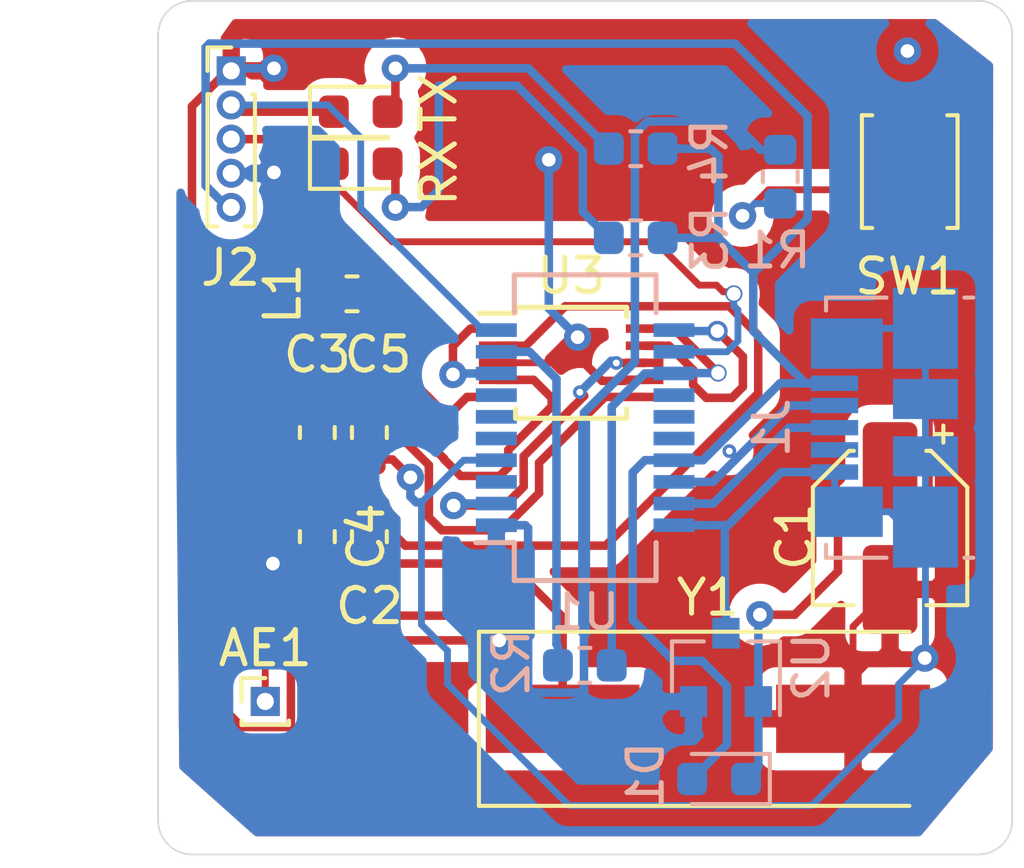
<source format=kicad_pcb>
(kicad_pcb (version 20171130) (host pcbnew "(5.1.2)-2")

  (general
    (thickness 1.6)
    (drawings 9)
    (tracks 315)
    (zones 0)
    (modules 21)
    (nets 29)
  )

  (page A4)
  (layers
    (0 F.Cu signal)
    (31 B.Cu signal)
    (32 B.Adhes user)
    (33 F.Adhes user)
    (34 B.Paste user)
    (35 F.Paste user)
    (36 B.SilkS user)
    (37 F.SilkS user)
    (38 B.Mask user)
    (39 F.Mask user)
    (40 Dwgs.User user)
    (41 Cmts.User user)
    (42 Eco1.User user)
    (43 Eco2.User user)
    (44 Edge.Cuts user)
    (45 Margin user)
    (46 B.CrtYd user)
    (47 F.CrtYd user)
    (48 B.Fab user)
    (49 F.Fab user)
  )

  (setup
    (last_trace_width 0.25)
    (user_trace_width 0.2)
    (trace_clearance 0.2)
    (zone_clearance 0.508)
    (zone_45_only no)
    (trace_min 0.2)
    (via_size 0.8)
    (via_drill 0.4)
    (via_min_size 0.4)
    (via_min_drill 0.3)
    (uvia_size 0.3)
    (uvia_drill 0.1)
    (uvias_allowed no)
    (uvia_min_size 0.2)
    (uvia_min_drill 0.1)
    (edge_width 0.05)
    (segment_width 0.2)
    (pcb_text_width 0.3)
    (pcb_text_size 1.5 1.5)
    (mod_edge_width 0.12)
    (mod_text_size 1 1)
    (mod_text_width 0.15)
    (pad_size 1.524 1.524)
    (pad_drill 0.762)
    (pad_to_mask_clearance 0.051)
    (solder_mask_min_width 0.25)
    (aux_axis_origin 0 0)
    (visible_elements 7FFFFFFF)
    (pcbplotparams
      (layerselection 0x010fc_ffffffff)
      (usegerberextensions false)
      (usegerberattributes false)
      (usegerberadvancedattributes false)
      (creategerberjobfile false)
      (excludeedgelayer true)
      (linewidth 0.100000)
      (plotframeref false)
      (viasonmask false)
      (mode 1)
      (useauxorigin false)
      (hpglpennumber 1)
      (hpglpenspeed 20)
      (hpglpendiameter 15.000000)
      (psnegative false)
      (psa4output false)
      (plotreference true)
      (plotvalue true)
      (plotinvisibletext false)
      (padsonsilk false)
      (subtractmaskfromsilk false)
      (outputformat 4)
      (mirror false)
      (drillshape 0)
      (scaleselection 1)
      (outputdirectory "./"))
  )

  (net 0 "")
  (net 1 "Net-(AE1-Pad1)")
  (net 2 "Net-(C1-Pad1)")
  (net 3 GND)
  (net 4 "Net-(C2-Pad1)")
  (net 5 "Net-(C2-Pad2)")
  (net 6 "Net-(C3-Pad1)")
  (net 7 +5V)
  (net 8 RX)
  (net 9 "Net-(D2-Pad2)")
  (net 10 "Net-(D3-Pad2)")
  (net 11 D-)
  (net 12 D+)
  (net 13 "Net-(J1-Pad4)")
  (net 14 +3V3)
  (net 15 "Net-(R1-Pad2)")
  (net 16 "Net-(R2-Pad2)")
  (net 17 DATA)
  (net 18 CLKOUT)
  (net 19 "Net-(U1-Pad3)")
  (net 20 "Net-(U1-Pad5)")
  (net 21 "Net-(U1-Pad6)")
  (net 22 "Net-(U1-Pad7)")
  (net 23 EN)
  (net 24 TX)
  (net 25 SCK)
  (net 26 "Net-(U1-Pad14)")
  (net 27 "Net-(U1-Pad15)")
  (net 28 "Net-(U1-Pad16)")

  (net_class Default "This is the default net class."
    (clearance 0.2)
    (trace_width 0.25)
    (via_dia 0.8)
    (via_drill 0.4)
    (uvia_dia 0.3)
    (uvia_drill 0.1)
    (add_net +3V3)
    (add_net +5V)
    (add_net CLKOUT)
    (add_net D+)
    (add_net D-)
    (add_net DATA)
    (add_net EN)
    (add_net GND)
    (add_net "Net-(AE1-Pad1)")
    (add_net "Net-(C1-Pad1)")
    (add_net "Net-(C2-Pad1)")
    (add_net "Net-(C2-Pad2)")
    (add_net "Net-(C3-Pad1)")
    (add_net "Net-(D2-Pad2)")
    (add_net "Net-(D3-Pad2)")
    (add_net "Net-(J1-Pad4)")
    (add_net "Net-(R1-Pad2)")
    (add_net "Net-(R2-Pad2)")
    (add_net "Net-(U1-Pad14)")
    (add_net "Net-(U1-Pad15)")
    (add_net "Net-(U1-Pad16)")
    (add_net "Net-(U1-Pad3)")
    (add_net "Net-(U1-Pad5)")
    (add_net "Net-(U1-Pad6)")
    (add_net "Net-(U1-Pad7)")
    (add_net RX)
    (add_net SCK)
    (add_net TX)
  )

  (module Connector_PinHeader_1.00mm:PinHeader_1x01_P1.00mm_Vertical (layer F.Cu) (tedit 59FED738) (tstamp 5D2BF0C9)
    (at 150.876 107.188)
    (descr "Through hole straight pin header, 1x01, 1.00mm pitch, single row")
    (tags "Through hole pin header THT 1x01 1.00mm single row")
    (path /5D2AED1C/5D2E2D36)
    (fp_text reference AE1 (at 0 -1.56) (layer F.SilkS)
      (effects (font (size 1 1) (thickness 0.15)))
    )
    (fp_text value Antenna (at 0 1.56) (layer F.Fab)
      (effects (font (size 1 1) (thickness 0.15)))
    )
    (fp_line (start -0.3175 -0.5) (end 0.635 -0.5) (layer F.Fab) (width 0.1))
    (fp_line (start 0.635 -0.5) (end 0.635 0.5) (layer F.Fab) (width 0.1))
    (fp_line (start 0.635 0.5) (end -0.635 0.5) (layer F.Fab) (width 0.1))
    (fp_line (start -0.635 0.5) (end -0.635 -0.1825) (layer F.Fab) (width 0.1))
    (fp_line (start -0.635 -0.1825) (end -0.3175 -0.5) (layer F.Fab) (width 0.1))
    (fp_line (start -0.695 0.685) (end 0.695 0.685) (layer F.SilkS) (width 0.12))
    (fp_line (start -0.695 0.685) (end -0.695 0.56) (layer F.SilkS) (width 0.12))
    (fp_line (start 0.695 0.685) (end 0.695 0.56) (layer F.SilkS) (width 0.12))
    (fp_line (start -0.695 0.685) (end -0.608276 0.685) (layer F.SilkS) (width 0.12))
    (fp_line (start 0.608276 0.685) (end 0.695 0.685) (layer F.SilkS) (width 0.12))
    (fp_line (start -0.695 0) (end -0.695 -0.685) (layer F.SilkS) (width 0.12))
    (fp_line (start -0.695 -0.685) (end 0 -0.685) (layer F.SilkS) (width 0.12))
    (fp_line (start -1.15 -1) (end -1.15 1) (layer F.CrtYd) (width 0.05))
    (fp_line (start -1.15 1) (end 1.15 1) (layer F.CrtYd) (width 0.05))
    (fp_line (start 1.15 1) (end 1.15 -1) (layer F.CrtYd) (width 0.05))
    (fp_line (start 1.15 -1) (end -1.15 -1) (layer F.CrtYd) (width 0.05))
    (fp_text user %R (at 0 0 90) (layer F.Fab)
      (effects (font (size 0.76 0.76) (thickness 0.114)))
    )
    (pad 1 thru_hole rect (at 0 0) (size 0.85 0.85) (drill 0.5) (layers *.Cu *.Mask)
      (net 1 "Net-(AE1-Pad1)"))
    (model ${KISYS3DMOD}/Connector_PinHeader_1.00mm.3dshapes/PinHeader_1x01_P1.00mm_Vertical.wrl
      (at (xyz 0 0 0))
      (scale (xyz 1 1 1))
      (rotate (xyz 0 0 0))
    )
  )

  (module Capacitor_SMD:CP_Elec_4x3 (layer F.Cu) (tedit 5BCA39CF) (tstamp 5D2BFC2A)
    (at 169.164 102.108 270)
    (descr "SMD capacitor, aluminum electrolytic, Nichicon, 4.0x3mm")
    (tags "capacitor electrolytic")
    (path /5D2AECF7/5D2B6D3E)
    (attr smd)
    (fp_text reference C1 (at 0.254 2.794 90) (layer F.SilkS)
      (effects (font (size 1 1) (thickness 0.15)))
    )
    (fp_text value 0,1uF (at 0 3.2 90) (layer F.Fab)
      (effects (font (size 1 1) (thickness 0.15)))
    )
    (fp_circle (center 0 0) (end 2 0) (layer F.Fab) (width 0.1))
    (fp_line (start 2.15 -2.15) (end 2.15 2.15) (layer F.Fab) (width 0.1))
    (fp_line (start -1.15 -2.15) (end 2.15 -2.15) (layer F.Fab) (width 0.1))
    (fp_line (start -1.15 2.15) (end 2.15 2.15) (layer F.Fab) (width 0.1))
    (fp_line (start -2.15 -1.15) (end -2.15 1.15) (layer F.Fab) (width 0.1))
    (fp_line (start -2.15 -1.15) (end -1.15 -2.15) (layer F.Fab) (width 0.1))
    (fp_line (start -2.15 1.15) (end -1.15 2.15) (layer F.Fab) (width 0.1))
    (fp_line (start -1.574773 -1) (end -1.174773 -1) (layer F.Fab) (width 0.1))
    (fp_line (start -1.374773 -1.2) (end -1.374773 -0.8) (layer F.Fab) (width 0.1))
    (fp_line (start 2.26 2.26) (end 2.26 1.06) (layer F.SilkS) (width 0.12))
    (fp_line (start 2.26 -2.26) (end 2.26 -1.06) (layer F.SilkS) (width 0.12))
    (fp_line (start -1.195563 -2.26) (end 2.26 -2.26) (layer F.SilkS) (width 0.12))
    (fp_line (start -1.195563 2.26) (end 2.26 2.26) (layer F.SilkS) (width 0.12))
    (fp_line (start -2.26 1.195563) (end -2.26 1.06) (layer F.SilkS) (width 0.12))
    (fp_line (start -2.26 -1.195563) (end -2.26 -1.06) (layer F.SilkS) (width 0.12))
    (fp_line (start -2.26 -1.195563) (end -1.195563 -2.26) (layer F.SilkS) (width 0.12))
    (fp_line (start -2.26 1.195563) (end -1.195563 2.26) (layer F.SilkS) (width 0.12))
    (fp_line (start -3 -1.56) (end -2.5 -1.56) (layer F.SilkS) (width 0.12))
    (fp_line (start -2.75 -1.81) (end -2.75 -1.31) (layer F.SilkS) (width 0.12))
    (fp_line (start 2.4 -2.4) (end 2.4 -1.05) (layer F.CrtYd) (width 0.05))
    (fp_line (start 2.4 -1.05) (end 3.35 -1.05) (layer F.CrtYd) (width 0.05))
    (fp_line (start 3.35 -1.05) (end 3.35 1.05) (layer F.CrtYd) (width 0.05))
    (fp_line (start 3.35 1.05) (end 2.4 1.05) (layer F.CrtYd) (width 0.05))
    (fp_line (start 2.4 1.05) (end 2.4 2.4) (layer F.CrtYd) (width 0.05))
    (fp_line (start -1.25 2.4) (end 2.4 2.4) (layer F.CrtYd) (width 0.05))
    (fp_line (start -1.25 -2.4) (end 2.4 -2.4) (layer F.CrtYd) (width 0.05))
    (fp_line (start -2.4 1.25) (end -1.25 2.4) (layer F.CrtYd) (width 0.05))
    (fp_line (start -2.4 -1.25) (end -1.25 -2.4) (layer F.CrtYd) (width 0.05))
    (fp_line (start -2.4 -1.25) (end -2.4 -1.05) (layer F.CrtYd) (width 0.05))
    (fp_line (start -2.4 1.05) (end -2.4 1.25) (layer F.CrtYd) (width 0.05))
    (fp_line (start -2.4 -1.05) (end -3.35 -1.05) (layer F.CrtYd) (width 0.05))
    (fp_line (start -3.35 -1.05) (end -3.35 1.05) (layer F.CrtYd) (width 0.05))
    (fp_line (start -3.35 1.05) (end -2.4 1.05) (layer F.CrtYd) (width 0.05))
    (fp_text user %R (at 0 0 90) (layer F.Fab)
      (effects (font (size 0.8 0.8) (thickness 0.12)))
    )
    (pad 1 smd roundrect (at -1.8 0 270) (size 2.6 1.6) (layers F.Cu F.Paste F.Mask) (roundrect_rratio 0.15625)
      (net 2 "Net-(C1-Pad1)"))
    (pad 2 smd roundrect (at 1.8 0 270) (size 2.6 1.6) (layers F.Cu F.Paste F.Mask) (roundrect_rratio 0.15625)
      (net 3 GND))
    (model ${KISYS3DMOD}/Capacitor_SMD.3dshapes/CP_Elec_4x3.wrl
      (at (xyz 0 0 0))
      (scale (xyz 1 1 1))
      (rotate (xyz 0 0 0))
    )
  )

  (module Capacitor_SMD:C_0603_1608Metric (layer F.Cu) (tedit 5B301BBE) (tstamp 5D2BF102)
    (at 153.924 102.362 270)
    (descr "Capacitor SMD 0603 (1608 Metric), square (rectangular) end terminal, IPC_7351 nominal, (Body size source: http://www.tortai-tech.com/upload/download/2011102023233369053.pdf), generated with kicad-footprint-generator")
    (tags capacitor)
    (path /5D2AED1C/5D2DE390)
    (attr smd)
    (fp_text reference C2 (at 2.032 0 180) (layer F.SilkS)
      (effects (font (size 1 1) (thickness 0.15)))
    )
    (fp_text value 8.2pF (at 0 1.43 90) (layer F.Fab)
      (effects (font (size 1 1) (thickness 0.15)))
    )
    (fp_line (start -0.8 0.4) (end -0.8 -0.4) (layer F.Fab) (width 0.1))
    (fp_line (start -0.8 -0.4) (end 0.8 -0.4) (layer F.Fab) (width 0.1))
    (fp_line (start 0.8 -0.4) (end 0.8 0.4) (layer F.Fab) (width 0.1))
    (fp_line (start 0.8 0.4) (end -0.8 0.4) (layer F.Fab) (width 0.1))
    (fp_line (start -0.162779 -0.51) (end 0.162779 -0.51) (layer F.SilkS) (width 0.12))
    (fp_line (start -0.162779 0.51) (end 0.162779 0.51) (layer F.SilkS) (width 0.12))
    (fp_line (start -1.48 0.73) (end -1.48 -0.73) (layer F.CrtYd) (width 0.05))
    (fp_line (start -1.48 -0.73) (end 1.48 -0.73) (layer F.CrtYd) (width 0.05))
    (fp_line (start 1.48 -0.73) (end 1.48 0.73) (layer F.CrtYd) (width 0.05))
    (fp_line (start 1.48 0.73) (end -1.48 0.73) (layer F.CrtYd) (width 0.05))
    (fp_text user %R (at 0 0 90) (layer F.Fab)
      (effects (font (size 0.4 0.4) (thickness 0.06)))
    )
    (pad 1 smd roundrect (at -0.7875 0 270) (size 0.875 0.95) (layers F.Cu F.Paste F.Mask) (roundrect_rratio 0.25)
      (net 4 "Net-(C2-Pad1)"))
    (pad 2 smd roundrect (at 0.7875 0 270) (size 0.875 0.95) (layers F.Cu F.Paste F.Mask) (roundrect_rratio 0.25)
      (net 5 "Net-(C2-Pad2)"))
    (model ${KISYS3DMOD}/Capacitor_SMD.3dshapes/C_0603_1608Metric.wrl
      (at (xyz 0 0 0))
      (scale (xyz 1 1 1))
      (rotate (xyz 0 0 0))
    )
  )

  (module Capacitor_SMD:C_0603_1608Metric (layer F.Cu) (tedit 5B301BBE) (tstamp 5D2BF113)
    (at 152.4 99.314 270)
    (descr "Capacitor SMD 0603 (1608 Metric), square (rectangular) end terminal, IPC_7351 nominal, (Body size source: http://www.tortai-tech.com/upload/download/2011102023233369053.pdf), generated with kicad-footprint-generator")
    (tags capacitor)
    (path /5D2AED1C/5D2DFEF0)
    (attr smd)
    (fp_text reference C3 (at -2.286 0 180) (layer F.SilkS)
      (effects (font (size 1 1) (thickness 0.15)))
    )
    (fp_text value 100nF (at 0 1.43 90) (layer F.Fab)
      (effects (font (size 1 1) (thickness 0.15)))
    )
    (fp_text user %R (at 0 0 90) (layer F.Fab)
      (effects (font (size 0.4 0.4) (thickness 0.06)))
    )
    (fp_line (start 1.48 0.73) (end -1.48 0.73) (layer F.CrtYd) (width 0.05))
    (fp_line (start 1.48 -0.73) (end 1.48 0.73) (layer F.CrtYd) (width 0.05))
    (fp_line (start -1.48 -0.73) (end 1.48 -0.73) (layer F.CrtYd) (width 0.05))
    (fp_line (start -1.48 0.73) (end -1.48 -0.73) (layer F.CrtYd) (width 0.05))
    (fp_line (start -0.162779 0.51) (end 0.162779 0.51) (layer F.SilkS) (width 0.12))
    (fp_line (start -0.162779 -0.51) (end 0.162779 -0.51) (layer F.SilkS) (width 0.12))
    (fp_line (start 0.8 0.4) (end -0.8 0.4) (layer F.Fab) (width 0.1))
    (fp_line (start 0.8 -0.4) (end 0.8 0.4) (layer F.Fab) (width 0.1))
    (fp_line (start -0.8 -0.4) (end 0.8 -0.4) (layer F.Fab) (width 0.1))
    (fp_line (start -0.8 0.4) (end -0.8 -0.4) (layer F.Fab) (width 0.1))
    (pad 2 smd roundrect (at 0.7875 0 270) (size 0.875 0.95) (layers F.Cu F.Paste F.Mask) (roundrect_rratio 0.25)
      (net 3 GND))
    (pad 1 smd roundrect (at -0.7875 0 270) (size 0.875 0.95) (layers F.Cu F.Paste F.Mask) (roundrect_rratio 0.25)
      (net 6 "Net-(C3-Pad1)"))
    (model ${KISYS3DMOD}/Capacitor_SMD.3dshapes/C_0603_1608Metric.wrl
      (at (xyz 0 0 0))
      (scale (xyz 1 1 1))
      (rotate (xyz 0 0 0))
    )
  )

  (module Capacitor_SMD:C_0603_1608Metric (layer F.Cu) (tedit 5B301BBE) (tstamp 5D2BF124)
    (at 152.4 102.362 270)
    (descr "Capacitor SMD 0603 (1608 Metric), square (rectangular) end terminal, IPC_7351 nominal, (Body size source: http://www.tortai-tech.com/upload/download/2011102023233369053.pdf), generated with kicad-footprint-generator")
    (tags capacitor)
    (path /5D2AED1C/5D2DA306)
    (attr smd)
    (fp_text reference C4 (at 0 -1.43 90) (layer F.SilkS)
      (effects (font (size 1 1) (thickness 0.15)))
    )
    (fp_text value 10pF (at 0 1.43 90) (layer F.Fab)
      (effects (font (size 1 1) (thickness 0.15)))
    )
    (fp_line (start -0.8 0.4) (end -0.8 -0.4) (layer F.Fab) (width 0.1))
    (fp_line (start -0.8 -0.4) (end 0.8 -0.4) (layer F.Fab) (width 0.1))
    (fp_line (start 0.8 -0.4) (end 0.8 0.4) (layer F.Fab) (width 0.1))
    (fp_line (start 0.8 0.4) (end -0.8 0.4) (layer F.Fab) (width 0.1))
    (fp_line (start -0.162779 -0.51) (end 0.162779 -0.51) (layer F.SilkS) (width 0.12))
    (fp_line (start -0.162779 0.51) (end 0.162779 0.51) (layer F.SilkS) (width 0.12))
    (fp_line (start -1.48 0.73) (end -1.48 -0.73) (layer F.CrtYd) (width 0.05))
    (fp_line (start -1.48 -0.73) (end 1.48 -0.73) (layer F.CrtYd) (width 0.05))
    (fp_line (start 1.48 -0.73) (end 1.48 0.73) (layer F.CrtYd) (width 0.05))
    (fp_line (start 1.48 0.73) (end -1.48 0.73) (layer F.CrtYd) (width 0.05))
    (fp_text user %R (at 0 0 90) (layer F.Fab)
      (effects (font (size 0.4 0.4) (thickness 0.06)))
    )
    (pad 1 smd roundrect (at -0.7875 0 270) (size 0.875 0.95) (layers F.Cu F.Paste F.Mask) (roundrect_rratio 0.25)
      (net 1 "Net-(AE1-Pad1)"))
    (pad 2 smd roundrect (at 0.7875 0 270) (size 0.875 0.95) (layers F.Cu F.Paste F.Mask) (roundrect_rratio 0.25)
      (net 3 GND))
    (model ${KISYS3DMOD}/Capacitor_SMD.3dshapes/C_0603_1608Metric.wrl
      (at (xyz 0 0 0))
      (scale (xyz 1 1 1))
      (rotate (xyz 0 0 0))
    )
  )

  (module Capacitor_SMD:C_0603_1608Metric (layer F.Cu) (tedit 5B301BBE) (tstamp 5D2BF135)
    (at 153.924 99.314 270)
    (descr "Capacitor SMD 0603 (1608 Metric), square (rectangular) end terminal, IPC_7351 nominal, (Body size source: http://www.tortai-tech.com/upload/download/2011102023233369053.pdf), generated with kicad-footprint-generator")
    (tags capacitor)
    (path /5D2AED1C/5D2DAA11)
    (attr smd)
    (fp_text reference C5 (at -2.286 -0.254 180) (layer F.SilkS)
      (effects (font (size 1 1) (thickness 0.15)))
    )
    (fp_text value CP1 (at 0 1.43 90) (layer F.Fab)
      (effects (font (size 1 1) (thickness 0.15)))
    )
    (fp_text user %R (at 0 0 90) (layer F.Fab)
      (effects (font (size 0.4 0.4) (thickness 0.06)))
    )
    (fp_line (start 1.48 0.73) (end -1.48 0.73) (layer F.CrtYd) (width 0.05))
    (fp_line (start 1.48 -0.73) (end 1.48 0.73) (layer F.CrtYd) (width 0.05))
    (fp_line (start -1.48 -0.73) (end 1.48 -0.73) (layer F.CrtYd) (width 0.05))
    (fp_line (start -1.48 0.73) (end -1.48 -0.73) (layer F.CrtYd) (width 0.05))
    (fp_line (start -0.162779 0.51) (end 0.162779 0.51) (layer F.SilkS) (width 0.12))
    (fp_line (start -0.162779 -0.51) (end 0.162779 -0.51) (layer F.SilkS) (width 0.12))
    (fp_line (start 0.8 0.4) (end -0.8 0.4) (layer F.Fab) (width 0.1))
    (fp_line (start 0.8 -0.4) (end 0.8 0.4) (layer F.Fab) (width 0.1))
    (fp_line (start -0.8 -0.4) (end 0.8 -0.4) (layer F.Fab) (width 0.1))
    (fp_line (start -0.8 0.4) (end -0.8 -0.4) (layer F.Fab) (width 0.1))
    (pad 2 smd roundrect (at 0.7875 0 270) (size 0.875 0.95) (layers F.Cu F.Paste F.Mask) (roundrect_rratio 0.25)
      (net 3 GND))
    (pad 1 smd roundrect (at -0.7875 0 270) (size 0.875 0.95) (layers F.Cu F.Paste F.Mask) (roundrect_rratio 0.25)
      (net 1 "Net-(AE1-Pad1)"))
    (model ${KISYS3DMOD}/Capacitor_SMD.3dshapes/C_0603_1608Metric.wrl
      (at (xyz 0 0 0))
      (scale (xyz 1 1 1))
      (rotate (xyz 0 0 0))
    )
  )

  (module Diode_SMD:D_0603_1608Metric (layer B.Cu) (tedit 5B301BBE) (tstamp 5D2BFBDF)
    (at 164.16 109.46 180)
    (descr "Diode SMD 0603 (1608 Metric), square (rectangular) end terminal, IPC_7351 nominal, (Body size source: http://www.tortai-tech.com/upload/download/2011102023233369053.pdf), generated with kicad-footprint-generator")
    (tags diode)
    (path /5D2AECF7/5D2B633E)
    (attr smd)
    (fp_text reference D1 (at 2.15 0.11 270) (layer B.SilkS)
      (effects (font (size 1 1) (thickness 0.15)) (justify mirror))
    )
    (fp_text value D_Schottky (at 0 -1.43) (layer B.Fab)
      (effects (font (size 1 1) (thickness 0.15)) (justify mirror))
    )
    (fp_line (start 0.8 0.4) (end -0.5 0.4) (layer B.Fab) (width 0.1))
    (fp_line (start -0.5 0.4) (end -0.8 0.1) (layer B.Fab) (width 0.1))
    (fp_line (start -0.8 0.1) (end -0.8 -0.4) (layer B.Fab) (width 0.1))
    (fp_line (start -0.8 -0.4) (end 0.8 -0.4) (layer B.Fab) (width 0.1))
    (fp_line (start 0.8 -0.4) (end 0.8 0.4) (layer B.Fab) (width 0.1))
    (fp_line (start 0.8 0.735) (end -1.485 0.735) (layer B.SilkS) (width 0.12))
    (fp_line (start -1.485 0.735) (end -1.485 -0.735) (layer B.SilkS) (width 0.12))
    (fp_line (start -1.485 -0.735) (end 0.8 -0.735) (layer B.SilkS) (width 0.12))
    (fp_line (start -1.48 -0.73) (end -1.48 0.73) (layer B.CrtYd) (width 0.05))
    (fp_line (start -1.48 0.73) (end 1.48 0.73) (layer B.CrtYd) (width 0.05))
    (fp_line (start 1.48 0.73) (end 1.48 -0.73) (layer B.CrtYd) (width 0.05))
    (fp_line (start 1.48 -0.73) (end -1.48 -0.73) (layer B.CrtYd) (width 0.05))
    (fp_text user %R (at 0 0) (layer B.Fab)
      (effects (font (size 0.4 0.4) (thickness 0.06)) (justify mirror))
    )
    (pad 1 smd roundrect (at -0.7875 0 180) (size 0.875 0.95) (layers B.Cu B.Paste B.Mask) (roundrect_rratio 0.25)
      (net 2 "Net-(C1-Pad1)"))
    (pad 2 smd roundrect (at 0.7875 0 180) (size 0.875 0.95) (layers B.Cu B.Paste B.Mask) (roundrect_rratio 0.25)
      (net 7 +5V))
    (model ${KISYS3DMOD}/Diode_SMD.3dshapes/D_0603_1608Metric.wrl
      (at (xyz 0 0 0))
      (scale (xyz 1 1 1))
      (rotate (xyz 0 0 0))
    )
  )

  (module LED_SMD:LED_0603_1608Metric (layer F.Cu) (tedit 5B301BBE) (tstamp 5D2C07EE)
    (at 153.67 91.44)
    (descr "LED SMD 0603 (1608 Metric), square (rectangular) end terminal, IPC_7351 nominal, (Body size source: http://www.tortai-tech.com/upload/download/2011102023233369053.pdf), generated with kicad-footprint-generator")
    (tags diode)
    (path /5D2AECF7/5D2C756A)
    (attr smd)
    (fp_text reference RX (at 2.286 0.254 90) (layer F.SilkS)
      (effects (font (size 1 1) (thickness 0.15)))
    )
    (fp_text value LED (at 0 1.43) (layer F.Fab)
      (effects (font (size 1 1) (thickness 0.15)))
    )
    (fp_line (start 0.8 -0.4) (end -0.5 -0.4) (layer F.Fab) (width 0.1))
    (fp_line (start -0.5 -0.4) (end -0.8 -0.1) (layer F.Fab) (width 0.1))
    (fp_line (start -0.8 -0.1) (end -0.8 0.4) (layer F.Fab) (width 0.1))
    (fp_line (start -0.8 0.4) (end 0.8 0.4) (layer F.Fab) (width 0.1))
    (fp_line (start 0.8 0.4) (end 0.8 -0.4) (layer F.Fab) (width 0.1))
    (fp_line (start 0.8 -0.735) (end -1.485 -0.735) (layer F.SilkS) (width 0.12))
    (fp_line (start -1.485 -0.735) (end -1.485 0.735) (layer F.SilkS) (width 0.12))
    (fp_line (start -1.485 0.735) (end 0.8 0.735) (layer F.SilkS) (width 0.12))
    (fp_line (start -1.48 0.73) (end -1.48 -0.73) (layer F.CrtYd) (width 0.05))
    (fp_line (start -1.48 -0.73) (end 1.48 -0.73) (layer F.CrtYd) (width 0.05))
    (fp_line (start 1.48 -0.73) (end 1.48 0.73) (layer F.CrtYd) (width 0.05))
    (fp_line (start 1.48 0.73) (end -1.48 0.73) (layer F.CrtYd) (width 0.05))
    (fp_text user %R (at 0 0) (layer F.Fab)
      (effects (font (size 0.4 0.4) (thickness 0.06)))
    )
    (pad 1 smd roundrect (at -0.7875 0) (size 0.875 0.95) (layers F.Cu F.Paste F.Mask) (roundrect_rratio 0.25)
      (net 8 RX))
    (pad 2 smd roundrect (at 0.7875 0) (size 0.875 0.95) (layers F.Cu F.Paste F.Mask) (roundrect_rratio 0.25)
      (net 9 "Net-(D2-Pad2)"))
    (model ${KISYS3DMOD}/LED_SMD.3dshapes/LED_0603_1608Metric.wrl
      (at (xyz 0 0 0))
      (scale (xyz 1 1 1))
      (rotate (xyz 0 0 0))
    )
  )

  (module LED_SMD:LED_0603_1608Metric (layer F.Cu) (tedit 5B301BBE) (tstamp 5D2C1165)
    (at 153.67 89.916)
    (descr "LED SMD 0603 (1608 Metric), square (rectangular) end terminal, IPC_7351 nominal, (Body size source: http://www.tortai-tech.com/upload/download/2011102023233369053.pdf), generated with kicad-footprint-generator")
    (tags diode)
    (path /5D2AECF7/5D2CDB03)
    (attr smd)
    (fp_text reference TX (at 2.28 -0.266 90) (layer F.SilkS)
      (effects (font (size 1 1) (thickness 0.15)))
    )
    (fp_text value LED (at 0 1.43) (layer F.Fab)
      (effects (font (size 1 1) (thickness 0.15)))
    )
    (fp_text user %R (at 0 0) (layer F.Fab)
      (effects (font (size 0.4 0.4) (thickness 0.06)))
    )
    (fp_line (start 1.48 0.73) (end -1.48 0.73) (layer F.CrtYd) (width 0.05))
    (fp_line (start 1.48 -0.73) (end 1.48 0.73) (layer F.CrtYd) (width 0.05))
    (fp_line (start -1.48 -0.73) (end 1.48 -0.73) (layer F.CrtYd) (width 0.05))
    (fp_line (start -1.48 0.73) (end -1.48 -0.73) (layer F.CrtYd) (width 0.05))
    (fp_line (start -1.485 0.735) (end 0.8 0.735) (layer F.SilkS) (width 0.12))
    (fp_line (start -1.485 -0.735) (end -1.485 0.735) (layer F.SilkS) (width 0.12))
    (fp_line (start 0.8 -0.735) (end -1.485 -0.735) (layer F.SilkS) (width 0.12))
    (fp_line (start 0.8 0.4) (end 0.8 -0.4) (layer F.Fab) (width 0.1))
    (fp_line (start -0.8 0.4) (end 0.8 0.4) (layer F.Fab) (width 0.1))
    (fp_line (start -0.8 -0.1) (end -0.8 0.4) (layer F.Fab) (width 0.1))
    (fp_line (start -0.5 -0.4) (end -0.8 -0.1) (layer F.Fab) (width 0.1))
    (fp_line (start 0.8 -0.4) (end -0.5 -0.4) (layer F.Fab) (width 0.1))
    (pad 2 smd roundrect (at 0.7875 0) (size 0.875 0.95) (layers F.Cu F.Paste F.Mask) (roundrect_rratio 0.25)
      (net 10 "Net-(D3-Pad2)"))
    (pad 1 smd roundrect (at -0.7875 0) (size 0.875 0.95) (layers F.Cu F.Paste F.Mask) (roundrect_rratio 0.25)
      (net 24 TX))
    (model ${KISYS3DMOD}/LED_SMD.3dshapes/LED_0603_1608Metric.wrl
      (at (xyz 0 0 0))
      (scale (xyz 1 1 1))
      (rotate (xyz 0 0 0))
    )
  )

  (module Connector_USB:USB_Micro-B_Molex_47346-0001 (layer B.Cu) (tedit 5A1DC0BD) (tstamp 5D2BFB23)
    (at 169 99.17 270)
    (descr "Micro USB B receptable with flange, bottom-mount, SMD, right-angle (http://www.molex.com/pdm_docs/sd/473460001_sd.pdf)")
    (tags "Micro B USB SMD")
    (path /5D2AECF7/5D2B44C9)
    (attr smd)
    (fp_text reference J1 (at 0 3.3 90) (layer B.SilkS)
      (effects (font (size 1 1) (thickness 0.15)) (justify mirror))
    )
    (fp_text value USB_B_Micro (at -0.11 -2.958 90) (layer B.Fab)
      (effects (font (size 1 1) (thickness 0.15)) (justify mirror))
    )
    (fp_text user "PCB Edge" (at 0 -2.67 90) (layer Dwgs.User)
      (effects (font (size 0.4 0.4) (thickness 0.04)))
    )
    (fp_text user %R (at 0 -1.2 270) (layer B.Fab)
      (effects (font (size 1 1) (thickness 0.15)) (justify mirror))
    )
    (fp_line (start 3.81 1.71) (end 3.43 1.71) (layer B.SilkS) (width 0.12))
    (fp_line (start 4.6 -3.9) (end -4.6 -3.9) (layer B.CrtYd) (width 0.05))
    (fp_line (start 4.6 2.7) (end 4.6 -3.9) (layer B.CrtYd) (width 0.05))
    (fp_line (start -4.6 2.7) (end 4.6 2.7) (layer B.CrtYd) (width 0.05))
    (fp_line (start -4.6 -3.9) (end -4.6 2.7) (layer B.CrtYd) (width 0.05))
    (fp_line (start 3.75 -3.35) (end -3.75 -3.35) (layer B.Fab) (width 0.1))
    (fp_line (start 3.75 1.65) (end 3.75 -3.35) (layer B.Fab) (width 0.1))
    (fp_line (start -3.75 1.65) (end 3.75 1.65) (layer B.Fab) (width 0.1))
    (fp_line (start -3.75 -3.35) (end -3.75 1.65) (layer B.Fab) (width 0.1))
    (fp_line (start 3.81 -2.34) (end 3.81 -2.6) (layer B.SilkS) (width 0.12))
    (fp_line (start 3.81 1.71) (end 3.81 -0.06) (layer B.SilkS) (width 0.12))
    (fp_line (start -3.81 1.71) (end -3.43 1.71) (layer B.SilkS) (width 0.12))
    (fp_line (start -3.81 -0.06) (end -3.81 1.71) (layer B.SilkS) (width 0.12))
    (fp_line (start -3.81 -2.6) (end -3.81 -2.34) (layer B.SilkS) (width 0.12))
    (fp_line (start -3.25 -2.65) (end 3.25 -2.65) (layer B.Fab) (width 0.1))
    (pad 1 smd rect (at -1.3 1.46 270) (size 0.45 1.38) (layers B.Cu B.Paste B.Mask)
      (net 7 +5V))
    (pad 2 smd rect (at -0.65 1.46 270) (size 0.45 1.38) (layers B.Cu B.Paste B.Mask)
      (net 11 D-))
    (pad 3 smd rect (at 0 1.46 270) (size 0.45 1.38) (layers B.Cu B.Paste B.Mask)
      (net 12 D+))
    (pad 4 smd rect (at 0.65 1.46 270) (size 0.45 1.38) (layers B.Cu B.Paste B.Mask)
      (net 13 "Net-(J1-Pad4)"))
    (pad 5 smd rect (at 1.3 1.46 270) (size 0.45 1.38) (layers B.Cu B.Paste B.Mask)
      (net 3 GND))
    (pad 6 smd rect (at -2.4625 1.1 270) (size 1.475 2.1) (layers B.Cu B.Paste B.Mask)
      (net 3 GND))
    (pad 6 smd rect (at 2.4625 1.1 270) (size 1.475 2.1) (layers B.Cu B.Paste B.Mask)
      (net 3 GND))
    (pad 6 smd rect (at -2.91 -1.2 270) (size 2.375 1.9) (layers B.Cu B.Paste B.Mask)
      (net 3 GND))
    (pad 6 smd rect (at 2.91 -1.2 270) (size 2.375 1.9) (layers B.Cu B.Paste B.Mask)
      (net 3 GND))
    (pad 6 smd rect (at -0.84 -1.2 270) (size 1.175 1.9) (layers B.Cu B.Paste B.Mask)
      (net 3 GND))
    (pad 6 smd rect (at 0.84 -1.2 270) (size 1.175 1.9) (layers B.Cu B.Paste B.Mask)
      (net 3 GND))
    (model ${KISYS3DMOD}/Connector_USB.3dshapes/USB_Micro-B_Molex_47346-0001.wrl
      (at (xyz 0 0 0))
      (scale (xyz 1 1 1))
      (rotate (xyz 0 0 0))
    )
  )

  (module Connector_PinHeader_1.00mm:PinHeader_1x05_P1.00mm_Vertical (layer F.Cu) (tedit 59FED738) (tstamp 5D2BFAD0)
    (at 149.88 88.72)
    (descr "Through hole straight pin header, 1x05, 1.00mm pitch, single row")
    (tags "Through hole pin header THT 1x05 1.00mm single row")
    (path /5D2AECF7/5D2BF8C3)
    (fp_text reference J2 (at -0.02 5.768) (layer F.SilkS)
      (effects (font (size 1 1) (thickness 0.15)))
    )
    (fp_text value Conn_01x05_Male (at 0 5.56) (layer F.Fab)
      (effects (font (size 1 1) (thickness 0.15)))
    )
    (fp_line (start -0.3175 -0.5) (end 0.635 -0.5) (layer F.Fab) (width 0.1))
    (fp_line (start 0.635 -0.5) (end 0.635 4.5) (layer F.Fab) (width 0.1))
    (fp_line (start 0.635 4.5) (end -0.635 4.5) (layer F.Fab) (width 0.1))
    (fp_line (start -0.635 4.5) (end -0.635 -0.1825) (layer F.Fab) (width 0.1))
    (fp_line (start -0.635 -0.1825) (end -0.3175 -0.5) (layer F.Fab) (width 0.1))
    (fp_line (start -0.695 4.56) (end -0.394493 4.56) (layer F.SilkS) (width 0.12))
    (fp_line (start 0.394493 4.56) (end 0.695 4.56) (layer F.SilkS) (width 0.12))
    (fp_line (start -0.695 0.685) (end -0.695 4.56) (layer F.SilkS) (width 0.12))
    (fp_line (start 0.695 0.685) (end 0.695 4.56) (layer F.SilkS) (width 0.12))
    (fp_line (start -0.695 0.685) (end -0.608276 0.685) (layer F.SilkS) (width 0.12))
    (fp_line (start 0.608276 0.685) (end 0.695 0.685) (layer F.SilkS) (width 0.12))
    (fp_line (start -0.695 0) (end -0.695 -0.685) (layer F.SilkS) (width 0.12))
    (fp_line (start -0.695 -0.685) (end 0 -0.685) (layer F.SilkS) (width 0.12))
    (fp_line (start -1.15 -1) (end -1.15 5) (layer F.CrtYd) (width 0.05))
    (fp_line (start -1.15 5) (end 1.15 5) (layer F.CrtYd) (width 0.05))
    (fp_line (start 1.15 5) (end 1.15 -1) (layer F.CrtYd) (width 0.05))
    (fp_line (start 1.15 -1) (end -1.15 -1) (layer F.CrtYd) (width 0.05))
    (fp_text user %R (at 0 2 90) (layer F.Fab)
      (effects (font (size 0.76 0.76) (thickness 0.114)))
    )
    (pad 1 thru_hole rect (at 0 0) (size 0.85 0.85) (drill 0.5) (layers *.Cu *.Mask)
      (net 3 GND))
    (pad 2 thru_hole oval (at 0 1) (size 0.85 0.85) (drill 0.5) (layers *.Cu *.Mask)
      (net 24 TX))
    (pad 3 thru_hole oval (at 0 2) (size 0.85 0.85) (drill 0.5) (layers *.Cu *.Mask)
      (net 8 RX))
    (pad 4 thru_hole oval (at 0 3) (size 0.85 0.85) (drill 0.5) (layers *.Cu *.Mask)
      (net 14 +3V3))
    (pad 5 thru_hole oval (at 0 4) (size 0.85 0.85) (drill 0.5) (layers *.Cu *.Mask)
      (net 7 +5V))
    (model ${KISYS3DMOD}/Connector_PinHeader_1.00mm.3dshapes/PinHeader_1x05_P1.00mm_Vertical.wrl
      (at (xyz 0 0 0))
      (scale (xyz 1 1 1))
      (rotate (xyz 0 0 0))
    )
  )

  (module Inductor_SMD:L_0603_1608Metric (layer F.Cu) (tedit 5B301BBE) (tstamp 5D2BF1BA)
    (at 153.416 95.25 180)
    (descr "Inductor SMD 0603 (1608 Metric), square (rectangular) end terminal, IPC_7351 nominal, (Body size source: http://www.tortai-tech.com/upload/download/2011102023233369053.pdf), generated with kicad-footprint-generator")
    (tags inductor)
    (path /5D2AED1C/5D2D9301)
    (attr smd)
    (fp_text reference L1 (at 2.032 0 90) (layer F.SilkS)
      (effects (font (size 1 1) (thickness 0.15)))
    )
    (fp_text value L (at 0 1.43) (layer F.Fab)
      (effects (font (size 1 1) (thickness 0.15)))
    )
    (fp_line (start -0.8 0.4) (end -0.8 -0.4) (layer F.Fab) (width 0.1))
    (fp_line (start -0.8 -0.4) (end 0.8 -0.4) (layer F.Fab) (width 0.1))
    (fp_line (start 0.8 -0.4) (end 0.8 0.4) (layer F.Fab) (width 0.1))
    (fp_line (start 0.8 0.4) (end -0.8 0.4) (layer F.Fab) (width 0.1))
    (fp_line (start -0.162779 -0.51) (end 0.162779 -0.51) (layer F.SilkS) (width 0.12))
    (fp_line (start -0.162779 0.51) (end 0.162779 0.51) (layer F.SilkS) (width 0.12))
    (fp_line (start -1.48 0.73) (end -1.48 -0.73) (layer F.CrtYd) (width 0.05))
    (fp_line (start -1.48 -0.73) (end 1.48 -0.73) (layer F.CrtYd) (width 0.05))
    (fp_line (start 1.48 -0.73) (end 1.48 0.73) (layer F.CrtYd) (width 0.05))
    (fp_line (start 1.48 0.73) (end -1.48 0.73) (layer F.CrtYd) (width 0.05))
    (fp_text user %R (at 0 0) (layer F.Fab)
      (effects (font (size 0.4 0.4) (thickness 0.06)))
    )
    (pad 1 smd roundrect (at -0.7875 0 180) (size 0.875 0.95) (layers F.Cu F.Paste F.Mask) (roundrect_rratio 0.25)
      (net 14 +3V3))
    (pad 2 smd roundrect (at 0.7875 0 180) (size 0.875 0.95) (layers F.Cu F.Paste F.Mask) (roundrect_rratio 0.25)
      (net 1 "Net-(AE1-Pad1)"))
    (model ${KISYS3DMOD}/Inductor_SMD.3dshapes/L_0603_1608Metric.wrl
      (at (xyz 0 0 0))
      (scale (xyz 1 1 1))
      (rotate (xyz 0 0 0))
    )
  )

  (module Resistor_SMD:R_0603_1608Metric (layer B.Cu) (tedit 5B301BBD) (tstamp 5D2BFA96)
    (at 165.95 91.82 270)
    (descr "Resistor SMD 0603 (1608 Metric), square (rectangular) end terminal, IPC_7351 nominal, (Body size source: http://www.tortai-tech.com/upload/download/2011102023233369053.pdf), generated with kicad-footprint-generator")
    (tags resistor)
    (path /5D2AECF7/5D2B0411)
    (attr smd)
    (fp_text reference R1 (at 2.16 0.088 180) (layer B.SilkS)
      (effects (font (size 1 1) (thickness 0.15)) (justify mirror))
    )
    (fp_text value 10k (at 0 -1.43 270) (layer B.Fab)
      (effects (font (size 1 1) (thickness 0.15)) (justify mirror))
    )
    (fp_line (start -0.8 -0.4) (end -0.8 0.4) (layer B.Fab) (width 0.1))
    (fp_line (start -0.8 0.4) (end 0.8 0.4) (layer B.Fab) (width 0.1))
    (fp_line (start 0.8 0.4) (end 0.8 -0.4) (layer B.Fab) (width 0.1))
    (fp_line (start 0.8 -0.4) (end -0.8 -0.4) (layer B.Fab) (width 0.1))
    (fp_line (start -0.162779 0.51) (end 0.162779 0.51) (layer B.SilkS) (width 0.12))
    (fp_line (start -0.162779 -0.51) (end 0.162779 -0.51) (layer B.SilkS) (width 0.12))
    (fp_line (start -1.48 -0.73) (end -1.48 0.73) (layer B.CrtYd) (width 0.05))
    (fp_line (start -1.48 0.73) (end 1.48 0.73) (layer B.CrtYd) (width 0.05))
    (fp_line (start 1.48 0.73) (end 1.48 -0.73) (layer B.CrtYd) (width 0.05))
    (fp_line (start 1.48 -0.73) (end -1.48 -0.73) (layer B.CrtYd) (width 0.05))
    (fp_text user %R (at 0 0 270) (layer B.Fab)
      (effects (font (size 0.4 0.4) (thickness 0.06)) (justify mirror))
    )
    (pad 1 smd roundrect (at -0.7875 0 270) (size 0.875 0.95) (layers B.Cu B.Paste B.Mask) (roundrect_rratio 0.25)
      (net 14 +3V3))
    (pad 2 smd roundrect (at 0.7875 0 270) (size 0.875 0.95) (layers B.Cu B.Paste B.Mask) (roundrect_rratio 0.25)
      (net 15 "Net-(R1-Pad2)"))
    (model ${KISYS3DMOD}/Resistor_SMD.3dshapes/R_0603_1608Metric.wrl
      (at (xyz 0 0 0))
      (scale (xyz 1 1 1))
      (rotate (xyz 0 0 0))
    )
  )

  (module Resistor_SMD:R_0603_1608Metric (layer B.Cu) (tedit 5B301BBD) (tstamp 5D2BFA66)
    (at 160.23 106.13 180)
    (descr "Resistor SMD 0603 (1608 Metric), square (rectangular) end terminal, IPC_7351 nominal, (Body size source: http://www.tortai-tech.com/upload/download/2011102023233369053.pdf), generated with kicad-footprint-generator")
    (tags resistor)
    (path /5D2AECF7/5D2BC115)
    (attr smd)
    (fp_text reference R2 (at 2.15 0.07 90) (layer B.SilkS)
      (effects (font (size 1 1) (thickness 0.15)) (justify mirror))
    )
    (fp_text value 10k (at 0 -1.43) (layer B.Fab)
      (effects (font (size 1 1) (thickness 0.15)) (justify mirror))
    )
    (fp_text user %R (at 0 0) (layer B.Fab)
      (effects (font (size 0.4 0.4) (thickness 0.06)) (justify mirror))
    )
    (fp_line (start 1.48 -0.73) (end -1.48 -0.73) (layer B.CrtYd) (width 0.05))
    (fp_line (start 1.48 0.73) (end 1.48 -0.73) (layer B.CrtYd) (width 0.05))
    (fp_line (start -1.48 0.73) (end 1.48 0.73) (layer B.CrtYd) (width 0.05))
    (fp_line (start -1.48 -0.73) (end -1.48 0.73) (layer B.CrtYd) (width 0.05))
    (fp_line (start -0.162779 -0.51) (end 0.162779 -0.51) (layer B.SilkS) (width 0.12))
    (fp_line (start -0.162779 0.51) (end 0.162779 0.51) (layer B.SilkS) (width 0.12))
    (fp_line (start 0.8 -0.4) (end -0.8 -0.4) (layer B.Fab) (width 0.1))
    (fp_line (start 0.8 0.4) (end 0.8 -0.4) (layer B.Fab) (width 0.1))
    (fp_line (start -0.8 0.4) (end 0.8 0.4) (layer B.Fab) (width 0.1))
    (fp_line (start -0.8 -0.4) (end -0.8 0.4) (layer B.Fab) (width 0.1))
    (pad 2 smd roundrect (at 0.7875 0 180) (size 0.875 0.95) (layers B.Cu B.Paste B.Mask) (roundrect_rratio 0.25)
      (net 16 "Net-(R2-Pad2)"))
    (pad 1 smd roundrect (at -0.7875 0 180) (size 0.875 0.95) (layers B.Cu B.Paste B.Mask) (roundrect_rratio 0.25)
      (net 17 DATA))
    (model ${KISYS3DMOD}/Resistor_SMD.3dshapes/R_0603_1608Metric.wrl
      (at (xyz 0 0 0))
      (scale (xyz 1 1 1))
      (rotate (xyz 0 0 0))
    )
  )

  (module Resistor_SMD:R_0603_1608Metric (layer B.Cu) (tedit 5B301BBD) (tstamp 5D2BFA36)
    (at 161.72 93.61)
    (descr "Resistor SMD 0603 (1608 Metric), square (rectangular) end terminal, IPC_7351 nominal, (Body size source: http://www.tortai-tech.com/upload/download/2011102023233369053.pdf), generated with kicad-footprint-generator")
    (tags resistor)
    (path /5D2AECF7/5D2C7BFF)
    (attr smd)
    (fp_text reference R3 (at 2.17 0.05 90) (layer B.SilkS)
      (effects (font (size 1 1) (thickness 0.15)) (justify mirror))
    )
    (fp_text value 1.5k (at 0 -1.43) (layer B.Fab)
      (effects (font (size 1 1) (thickness 0.15)) (justify mirror))
    )
    (fp_line (start -0.8 -0.4) (end -0.8 0.4) (layer B.Fab) (width 0.1))
    (fp_line (start -0.8 0.4) (end 0.8 0.4) (layer B.Fab) (width 0.1))
    (fp_line (start 0.8 0.4) (end 0.8 -0.4) (layer B.Fab) (width 0.1))
    (fp_line (start 0.8 -0.4) (end -0.8 -0.4) (layer B.Fab) (width 0.1))
    (fp_line (start -0.162779 0.51) (end 0.162779 0.51) (layer B.SilkS) (width 0.12))
    (fp_line (start -0.162779 -0.51) (end 0.162779 -0.51) (layer B.SilkS) (width 0.12))
    (fp_line (start -1.48 -0.73) (end -1.48 0.73) (layer B.CrtYd) (width 0.05))
    (fp_line (start -1.48 0.73) (end 1.48 0.73) (layer B.CrtYd) (width 0.05))
    (fp_line (start 1.48 0.73) (end 1.48 -0.73) (layer B.CrtYd) (width 0.05))
    (fp_line (start 1.48 -0.73) (end -1.48 -0.73) (layer B.CrtYd) (width 0.05))
    (fp_text user %R (at 0 0) (layer B.Fab)
      (effects (font (size 0.4 0.4) (thickness 0.06)) (justify mirror))
    )
    (pad 1 smd roundrect (at -0.7875 0) (size 0.875 0.95) (layers B.Cu B.Paste B.Mask) (roundrect_rratio 0.25)
      (net 9 "Net-(D2-Pad2)"))
    (pad 2 smd roundrect (at 0.7875 0) (size 0.875 0.95) (layers B.Cu B.Paste B.Mask) (roundrect_rratio 0.25)
      (net 7 +5V))
    (model ${KISYS3DMOD}/Resistor_SMD.3dshapes/R_0603_1608Metric.wrl
      (at (xyz 0 0 0))
      (scale (xyz 1 1 1))
      (rotate (xyz 0 0 0))
    )
  )

  (module Resistor_SMD:R_0603_1608Metric (layer B.Cu) (tedit 5B301BBD) (tstamp 5D2BFA06)
    (at 161.72 91)
    (descr "Resistor SMD 0603 (1608 Metric), square (rectangular) end terminal, IPC_7351 nominal, (Body size source: http://www.tortai-tech.com/upload/download/2011102023233369053.pdf), generated with kicad-footprint-generator")
    (tags resistor)
    (path /5D2AECF7/5D2CE1E7)
    (attr smd)
    (fp_text reference R4 (at 2.16 0.11 90) (layer B.SilkS)
      (effects (font (size 1 1) (thickness 0.15)) (justify mirror))
    )
    (fp_text value 1.5k (at 0 -1.43) (layer B.Fab)
      (effects (font (size 1 1) (thickness 0.15)) (justify mirror))
    )
    (fp_text user %R (at 0 0) (layer B.Fab)
      (effects (font (size 0.4 0.4) (thickness 0.06)) (justify mirror))
    )
    (fp_line (start 1.48 -0.73) (end -1.48 -0.73) (layer B.CrtYd) (width 0.05))
    (fp_line (start 1.48 0.73) (end 1.48 -0.73) (layer B.CrtYd) (width 0.05))
    (fp_line (start -1.48 0.73) (end 1.48 0.73) (layer B.CrtYd) (width 0.05))
    (fp_line (start -1.48 -0.73) (end -1.48 0.73) (layer B.CrtYd) (width 0.05))
    (fp_line (start -0.162779 -0.51) (end 0.162779 -0.51) (layer B.SilkS) (width 0.12))
    (fp_line (start -0.162779 0.51) (end 0.162779 0.51) (layer B.SilkS) (width 0.12))
    (fp_line (start 0.8 -0.4) (end -0.8 -0.4) (layer B.Fab) (width 0.1))
    (fp_line (start 0.8 0.4) (end 0.8 -0.4) (layer B.Fab) (width 0.1))
    (fp_line (start -0.8 0.4) (end 0.8 0.4) (layer B.Fab) (width 0.1))
    (fp_line (start -0.8 -0.4) (end -0.8 0.4) (layer B.Fab) (width 0.1))
    (pad 2 smd roundrect (at 0.7875 0) (size 0.875 0.95) (layers B.Cu B.Paste B.Mask) (roundrect_rratio 0.25)
      (net 7 +5V))
    (pad 1 smd roundrect (at -0.7875 0) (size 0.875 0.95) (layers B.Cu B.Paste B.Mask) (roundrect_rratio 0.25)
      (net 10 "Net-(D3-Pad2)"))
    (model ${KISYS3DMOD}/Resistor_SMD.3dshapes/R_0603_1608Metric.wrl
      (at (xyz 0 0 0))
      (scale (xyz 1 1 1))
      (rotate (xyz 0 0 0))
    )
  )

  (module Button_Switch_SMD:SW_SPST_B3U-1000P (layer F.Cu) (tedit 5A02FC95) (tstamp 5D2BF9CC)
    (at 169.74 91.67 270)
    (descr "Ultra-small-sized Tactile Switch with High Contact Reliability, Top-actuated Model, without Ground Terminal, without Boss")
    (tags "Tactile Switch")
    (path /5D2AECF7/5D2AFC70)
    (attr smd)
    (fp_text reference SW1 (at 3.072 0.068 180) (layer F.SilkS)
      (effects (font (size 1 1) (thickness 0.15)))
    )
    (fp_text value SW_DIP_x01 (at 0 2.5 90) (layer F.Fab)
      (effects (font (size 1 1) (thickness 0.15)))
    )
    (fp_text user %R (at 0 -2.5 90) (layer F.Fab)
      (effects (font (size 1 1) (thickness 0.15)))
    )
    (fp_line (start -2.4 1.65) (end 2.4 1.65) (layer F.CrtYd) (width 0.05))
    (fp_line (start 2.4 1.65) (end 2.4 -1.65) (layer F.CrtYd) (width 0.05))
    (fp_line (start 2.4 -1.65) (end -2.4 -1.65) (layer F.CrtYd) (width 0.05))
    (fp_line (start -2.4 -1.65) (end -2.4 1.65) (layer F.CrtYd) (width 0.05))
    (fp_line (start -1.65 1.1) (end -1.65 1.4) (layer F.SilkS) (width 0.12))
    (fp_line (start -1.65 1.4) (end 1.65 1.4) (layer F.SilkS) (width 0.12))
    (fp_line (start 1.65 1.4) (end 1.65 1.1) (layer F.SilkS) (width 0.12))
    (fp_line (start -1.65 -1.1) (end -1.65 -1.4) (layer F.SilkS) (width 0.12))
    (fp_line (start -1.65 -1.4) (end 1.65 -1.4) (layer F.SilkS) (width 0.12))
    (fp_line (start 1.65 -1.4) (end 1.65 -1.1) (layer F.SilkS) (width 0.12))
    (fp_line (start -1.5 -1.25) (end 1.5 -1.25) (layer F.Fab) (width 0.1))
    (fp_line (start 1.5 -1.25) (end 1.5 1.25) (layer F.Fab) (width 0.1))
    (fp_line (start 1.5 1.25) (end -1.5 1.25) (layer F.Fab) (width 0.1))
    (fp_line (start -1.5 1.25) (end -1.5 -1.25) (layer F.Fab) (width 0.1))
    (fp_circle (center 0 0) (end 0.75 0) (layer F.Fab) (width 0.1))
    (pad 1 smd rect (at -1.7 0 270) (size 0.9 1.7) (layers F.Cu F.Paste F.Mask)
      (net 3 GND))
    (pad 2 smd rect (at 1.7 0 270) (size 0.9 1.7) (layers F.Cu F.Paste F.Mask)
      (net 15 "Net-(R1-Pad2)"))
    (model ${KISYS3DMOD}/Button_Switch_SMD.3dshapes/SW_SPST_B3U-1000P.wrl
      (at (xyz 0 0 0))
      (scale (xyz 1 1 1))
      (rotate (xyz 0 0 0))
    )
  )

  (module Package_SO:SSOP-20_3.9x8.7mm_P0.635mm (layer B.Cu) (tedit 5A4A2523) (tstamp 5D2BF92B)
    (at 160.24 99.17)
    (descr "SSOP20: plastic shrink small outline package; 24 leads; body width 3.9 mm; lead pitch 0.635; (see http://www.ftdichip.com/Support/Documents/DataSheets/ICs/DS_FT231X.pdf)")
    (tags "SSOP 0.635")
    (path /5D2AECF7/5D2AEF21)
    (attr smd)
    (fp_text reference U1 (at 0 5.4) (layer B.SilkS)
      (effects (font (size 1 1) (thickness 0.15)) (justify mirror))
    )
    (fp_text value PIC18F14K50-ISS (at 0 -5.4) (layer B.Fab)
      (effects (font (size 1 1) (thickness 0.15)) (justify mirror))
    )
    (fp_line (start -0.95 4.35) (end 1.95 4.35) (layer B.Fab) (width 0.15))
    (fp_line (start 1.95 4.35) (end 1.95 -4.35) (layer B.Fab) (width 0.15))
    (fp_line (start 1.95 -4.35) (end -1.95 -4.35) (layer B.Fab) (width 0.15))
    (fp_line (start -1.95 -4.35) (end -1.95 3.35) (layer B.Fab) (width 0.15))
    (fp_line (start -1.95 3.35) (end -0.95 4.35) (layer B.Fab) (width 0.15))
    (fp_line (start -3.45 4.65) (end -3.45 -4.65) (layer B.CrtYd) (width 0.05))
    (fp_line (start 3.45 4.65) (end 3.45 -4.65) (layer B.CrtYd) (width 0.05))
    (fp_line (start -3.45 4.65) (end 3.45 4.65) (layer B.CrtYd) (width 0.05))
    (fp_line (start -3.45 -4.65) (end 3.45 -4.65) (layer B.CrtYd) (width 0.05))
    (fp_line (start -2.075 3.365) (end -2.075 4.475) (layer B.SilkS) (width 0.15))
    (fp_line (start 2.075 4.475) (end 2.075 3.365) (layer B.SilkS) (width 0.15))
    (fp_line (start 2.075 -4.475) (end 2.075 -3.365) (layer B.SilkS) (width 0.15))
    (fp_line (start -2.075 -4.475) (end -2.075 -3.365) (layer B.SilkS) (width 0.15))
    (fp_line (start -2.075 4.475) (end 2.075 4.475) (layer B.SilkS) (width 0.15))
    (fp_line (start -2.075 -4.475) (end 2.075 -4.475) (layer B.SilkS) (width 0.15))
    (fp_line (start -2.075 3.365) (end -3.2 3.365) (layer B.SilkS) (width 0.15))
    (fp_text user %R (at 0 0) (layer B.Fab)
      (effects (font (size 0.8 0.8) (thickness 0.15)) (justify mirror))
    )
    (pad 1 smd rect (at -2.6 2.8575) (size 1.2 0.4) (layers B.Cu B.Paste B.Mask)
      (net 14 +3V3))
    (pad 2 smd rect (at -2.6 2.2225) (size 1.2 0.4) (layers B.Cu B.Paste B.Mask)
      (net 18 CLKOUT))
    (pad 3 smd rect (at -2.6 1.5875) (size 1.2 0.4) (layers B.Cu B.Paste B.Mask)
      (net 19 "Net-(U1-Pad3)"))
    (pad 4 smd rect (at -2.6 0.9525) (size 1.2 0.4) (layers B.Cu B.Paste B.Mask)
      (net 3 GND))
    (pad 5 smd rect (at -2.6 0.3175) (size 1.2 0.4) (layers B.Cu B.Paste B.Mask)
      (net 20 "Net-(U1-Pad5)"))
    (pad 6 smd rect (at -2.6 -0.3175) (size 1.2 0.4) (layers B.Cu B.Paste B.Mask)
      (net 21 "Net-(U1-Pad6)"))
    (pad 7 smd rect (at -2.6 -0.9525) (size 1.2 0.4) (layers B.Cu B.Paste B.Mask)
      (net 22 "Net-(U1-Pad7)"))
    (pad 8 smd rect (at -2.6 -1.5875) (size 1.2 0.4) (layers B.Cu B.Paste B.Mask)
      (net 23 EN))
    (pad 9 smd rect (at -2.6 -2.2225) (size 1.2 0.4) (layers B.Cu B.Paste B.Mask)
      (net 16 "Net-(R2-Pad2)"))
    (pad 10 smd rect (at -2.6 -2.8575) (size 1.2 0.4) (layers B.Cu B.Paste B.Mask)
      (net 24 TX))
    (pad 11 smd rect (at 2.6 -2.8575) (size 1.2 0.4) (layers B.Cu B.Paste B.Mask)
      (net 25 SCK))
    (pad 12 smd rect (at 2.6 -2.2225) (size 1.2 0.4) (layers B.Cu B.Paste B.Mask)
      (net 8 RX))
    (pad 13 smd rect (at 2.6 -1.5875) (size 1.2 0.4) (layers B.Cu B.Paste B.Mask)
      (net 17 DATA))
    (pad 14 smd rect (at 2.6 -0.9525) (size 1.2 0.4) (layers B.Cu B.Paste B.Mask)
      (net 26 "Net-(U1-Pad14)"))
    (pad 15 smd rect (at 2.6 -0.3175) (size 1.2 0.4) (layers B.Cu B.Paste B.Mask)
      (net 27 "Net-(U1-Pad15)"))
    (pad 16 smd rect (at 2.6 0.3175) (size 1.2 0.4) (layers B.Cu B.Paste B.Mask)
      (net 28 "Net-(U1-Pad16)"))
    (pad 17 smd rect (at 2.6 0.9525) (size 1.2 0.4) (layers B.Cu B.Paste B.Mask)
      (net 7 +5V))
    (pad 18 smd rect (at 2.6 1.5875) (size 1.2 0.4) (layers B.Cu B.Paste B.Mask)
      (net 11 D-))
    (pad 19 smd rect (at 2.6 2.2225) (size 1.2 0.4) (layers B.Cu B.Paste B.Mask)
      (net 12 D+))
    (pad 20 smd rect (at 2.6 2.8575) (size 1.2 0.4) (layers B.Cu B.Paste B.Mask)
      (net 3 GND))
    (model ${KISYS3DMOD}/Package_SO.3dshapes/SSOP-20_3.9x8.7mm_P0.635mm.wrl
      (at (xyz 0 0 0))
      (scale (xyz 1 1 1))
      (rotate (xyz 0 0 0))
    )
  )

  (module Package_TO_SOT_SMD:SOT-23 (layer B.Cu) (tedit 5A02FF57) (tstamp 5D2BF98F)
    (at 164.36 106.19 90)
    (descr "SOT-23, Standard")
    (tags SOT-23)
    (path /5D2AECF7/5D2B5453)
    (attr smd)
    (fp_text reference U2 (at 0 2.5 90) (layer B.SilkS)
      (effects (font (size 1 1) (thickness 0.15)) (justify mirror))
    )
    (fp_text value NCV51460 (at 0 -2.5 90) (layer B.Fab)
      (effects (font (size 1 1) (thickness 0.15)) (justify mirror))
    )
    (fp_text user %R (at 0 0 180) (layer B.Fab)
      (effects (font (size 0.5 0.5) (thickness 0.075)) (justify mirror))
    )
    (fp_line (start -0.7 0.95) (end -0.7 -1.5) (layer B.Fab) (width 0.1))
    (fp_line (start -0.15 1.52) (end 0.7 1.52) (layer B.Fab) (width 0.1))
    (fp_line (start -0.7 0.95) (end -0.15 1.52) (layer B.Fab) (width 0.1))
    (fp_line (start 0.7 1.52) (end 0.7 -1.52) (layer B.Fab) (width 0.1))
    (fp_line (start -0.7 -1.52) (end 0.7 -1.52) (layer B.Fab) (width 0.1))
    (fp_line (start 0.76 -1.58) (end 0.76 -0.65) (layer B.SilkS) (width 0.12))
    (fp_line (start 0.76 1.58) (end 0.76 0.65) (layer B.SilkS) (width 0.12))
    (fp_line (start -1.7 1.75) (end 1.7 1.75) (layer B.CrtYd) (width 0.05))
    (fp_line (start 1.7 1.75) (end 1.7 -1.75) (layer B.CrtYd) (width 0.05))
    (fp_line (start 1.7 -1.75) (end -1.7 -1.75) (layer B.CrtYd) (width 0.05))
    (fp_line (start -1.7 -1.75) (end -1.7 1.75) (layer B.CrtYd) (width 0.05))
    (fp_line (start 0.76 1.58) (end -1.4 1.58) (layer B.SilkS) (width 0.12))
    (fp_line (start 0.76 -1.58) (end -0.7 -1.58) (layer B.SilkS) (width 0.12))
    (pad 1 smd rect (at -1 0.95 90) (size 0.9 0.8) (layers B.Cu B.Paste B.Mask)
      (net 2 "Net-(C1-Pad1)"))
    (pad 2 smd rect (at -1 -0.95 90) (size 0.9 0.8) (layers B.Cu B.Paste B.Mask)
      (net 14 +3V3))
    (pad 3 smd rect (at 1 0 90) (size 0.9 0.8) (layers B.Cu B.Paste B.Mask)
      (net 3 GND))
    (model ${KISYS3DMOD}/Package_TO_SOT_SMD.3dshapes/SOT-23.wrl
      (at (xyz 0 0 0))
      (scale (xyz 1 1 1))
      (rotate (xyz 0 0 0))
    )
  )

  (module Package_SO:TSSOP-10_3x3mm_P0.5mm (layer F.Cu) (tedit 5A02F25C) (tstamp 5D2BF271)
    (at 159.83 97.27)
    (descr "TSSOP10: plastic thin shrink small outline package; 10 leads; body width 3 mm; (see NXP SSOP-TSSOP-VSO-REFLOW.pdf and sot552-1_po.pdf)")
    (tags "SSOP 0.5")
    (path /5D2AED1C/5D2D8997)
    (attr smd)
    (fp_text reference U3 (at 0 -2.55) (layer F.SilkS)
      (effects (font (size 1 1) (thickness 0.15)))
    )
    (fp_text value TDA5150 (at 0 2.55) (layer F.Fab)
      (effects (font (size 1 1) (thickness 0.15)))
    )
    (fp_line (start -0.5 -1.5) (end 1.5 -1.5) (layer F.Fab) (width 0.15))
    (fp_line (start 1.5 -1.5) (end 1.5 1.5) (layer F.Fab) (width 0.15))
    (fp_line (start 1.5 1.5) (end -1.5 1.5) (layer F.Fab) (width 0.15))
    (fp_line (start -1.5 1.5) (end -1.5 -0.5) (layer F.Fab) (width 0.15))
    (fp_line (start -1.5 -0.5) (end -0.5 -1.5) (layer F.Fab) (width 0.15))
    (fp_line (start -2.95 -1.8) (end -2.95 1.8) (layer F.CrtYd) (width 0.05))
    (fp_line (start 2.95 -1.8) (end 2.95 1.8) (layer F.CrtYd) (width 0.05))
    (fp_line (start -2.95 -1.8) (end 2.95 -1.8) (layer F.CrtYd) (width 0.05))
    (fp_line (start -2.95 1.8) (end 2.95 1.8) (layer F.CrtYd) (width 0.05))
    (fp_line (start -1.625 -1.625) (end -1.625 -1.45) (layer F.SilkS) (width 0.15))
    (fp_line (start 1.625 -1.625) (end 1.625 -1.35) (layer F.SilkS) (width 0.15))
    (fp_line (start 1.625 1.625) (end 1.625 1.35) (layer F.SilkS) (width 0.15))
    (fp_line (start -1.625 1.625) (end -1.625 1.35) (layer F.SilkS) (width 0.15))
    (fp_line (start -1.625 -1.625) (end 1.625 -1.625) (layer F.SilkS) (width 0.15))
    (fp_line (start -1.625 1.625) (end 1.625 1.625) (layer F.SilkS) (width 0.15))
    (fp_line (start -1.625 -1.45) (end -2.7 -1.45) (layer F.SilkS) (width 0.15))
    (fp_text user %R (at 0 0) (layer F.Fab)
      (effects (font (size 0.6 0.6) (thickness 0.15)))
    )
    (pad 1 smd rect (at -2.15 -1) (size 1.1 0.25) (layers F.Cu F.Paste F.Mask)
      (net 23 EN))
    (pad 2 smd rect (at -2.15 -0.5) (size 1.1 0.25) (layers F.Cu F.Paste F.Mask)
      (net 4 "Net-(C2-Pad1)"))
    (pad 3 smd rect (at -2.15 0) (size 1.1 0.25) (layers F.Cu F.Paste F.Mask)
      (net 3 GND))
    (pad 4 smd rect (at -2.15 0.5) (size 1.1 0.25) (layers F.Cu F.Paste F.Mask)
      (net 6 "Net-(C3-Pad1)"))
    (pad 5 smd rect (at -2.15 1) (size 1.1 0.25) (layers F.Cu F.Paste F.Mask)
      (net 14 +3V3))
    (pad 6 smd rect (at 2.15 1) (size 1.1 0.25) (layers F.Cu F.Paste F.Mask)
      (net 1 "Net-(AE1-Pad1)"))
    (pad 7 smd rect (at 2.15 0.5) (size 1.1 0.25) (layers F.Cu F.Paste F.Mask)
      (net 3 GND))
    (pad 8 smd rect (at 2.15 0) (size 1.1 0.25) (layers F.Cu F.Paste F.Mask)
      (net 18 CLKOUT))
    (pad 9 smd rect (at 2.15 -0.5) (size 1.1 0.25) (layers F.Cu F.Paste F.Mask)
      (net 25 SCK))
    (pad 10 smd rect (at 2.15 -1) (size 1.1 0.25) (layers F.Cu F.Paste F.Mask)
      (net 17 DATA))
    (model ${KISYS3DMOD}/Package_SO.3dshapes/TSSOP-10_3x3mm_P0.5mm.wrl
      (at (xyz 0 0 0))
      (scale (xyz 1 1 1))
      (rotate (xyz 0 0 0))
    )
  )

  (module Crystal:Crystal_SMD_HC49-SD (layer F.Cu) (tedit 5A1AD52C) (tstamp 5D2BF287)
    (at 163.83 107.696)
    (descr "SMD Crystal HC-49-SD http://cdn-reichelt.de/documents/datenblatt/B400/xxx-HC49-SMD.pdf, 11.4x4.7mm^2 package")
    (tags "SMD SMT crystal")
    (path /5D2AED1C/5D2DD81C)
    (attr smd)
    (fp_text reference Y1 (at 0 -3.55) (layer F.SilkS)
      (effects (font (size 1 1) (thickness 0.15)))
    )
    (fp_text value Crystal (at 0 3.55) (layer F.Fab)
      (effects (font (size 1 1) (thickness 0.15)))
    )
    (fp_text user %R (at 0 0) (layer F.Fab)
      (effects (font (size 1 1) (thickness 0.15)))
    )
    (fp_line (start -5.7 -2.35) (end -5.7 2.35) (layer F.Fab) (width 0.1))
    (fp_line (start -5.7 2.35) (end 5.7 2.35) (layer F.Fab) (width 0.1))
    (fp_line (start 5.7 2.35) (end 5.7 -2.35) (layer F.Fab) (width 0.1))
    (fp_line (start 5.7 -2.35) (end -5.7 -2.35) (layer F.Fab) (width 0.1))
    (fp_line (start -3.015 -2.115) (end 3.015 -2.115) (layer F.Fab) (width 0.1))
    (fp_line (start -3.015 2.115) (end 3.015 2.115) (layer F.Fab) (width 0.1))
    (fp_line (start 5.9 -2.55) (end -6.7 -2.55) (layer F.SilkS) (width 0.12))
    (fp_line (start -6.7 -2.55) (end -6.7 2.55) (layer F.SilkS) (width 0.12))
    (fp_line (start -6.7 2.55) (end 5.9 2.55) (layer F.SilkS) (width 0.12))
    (fp_line (start -6.8 -2.6) (end -6.8 2.6) (layer F.CrtYd) (width 0.05))
    (fp_line (start -6.8 2.6) (end 6.8 2.6) (layer F.CrtYd) (width 0.05))
    (fp_line (start 6.8 2.6) (end 6.8 -2.6) (layer F.CrtYd) (width 0.05))
    (fp_line (start 6.8 -2.6) (end -6.8 -2.6) (layer F.CrtYd) (width 0.05))
    (fp_arc (start -3.015 0) (end -3.015 -2.115) (angle -180) (layer F.Fab) (width 0.1))
    (fp_arc (start 3.015 0) (end 3.015 -2.115) (angle 180) (layer F.Fab) (width 0.1))
    (pad 1 smd rect (at -4.25 0) (size 4.5 2) (layers F.Cu F.Paste F.Mask)
      (net 5 "Net-(C2-Pad2)"))
    (pad 2 smd rect (at 4.25 0) (size 4.5 2) (layers F.Cu F.Paste F.Mask)
      (net 3 GND))
    (model ${KISYS3DMOD}/Crystal.3dshapes/Crystal_SMD_HC49-SD.wrl
      (at (xyz 0 0 0))
      (scale (xyz 1 1 1))
      (rotate (xyz 0 0 0))
    )
  )

  (gr_arc (start 148.74 110.67) (end 148.74 111.67) (angle 90) (layer Edge.Cuts) (width 0.05) (tstamp 5D2B6F65))
  (gr_arc (start 171.74 110.67) (end 172.74 110.67) (angle 90) (layer Edge.Cuts) (width 0.05) (tstamp 5D2B6F65))
  (gr_arc (start 171.74 87.67) (end 171.74 86.67) (angle 90) (layer Edge.Cuts) (width 0.05))
  (gr_arc (start 148.74 87.67) (end 148.74 86.67) (angle -90) (layer Edge.Cuts) (width 0.05))
  (gr_text "Designed by Alihan Seker\n" (at 161.075 88.425) (layer F.Paste)
    (effects (font (size 0.5 0.5) (thickness 0.125)))
  )
  (gr_line (start 147.74 110.67) (end 147.74 87.67) (layer Edge.Cuts) (width 0.05))
  (gr_line (start 171.74 111.67) (end 148.74 111.67) (layer Edge.Cuts) (width 0.05))
  (gr_line (start 172.74 87.67) (end 172.74 110.67) (layer Edge.Cuts) (width 0.05))
  (gr_line (start 148.74 86.67) (end 171.74 86.67) (layer Edge.Cuts) (width 0.05))

  (via (at 164.459 99.856) (size 0.4) (drill 0.2) (layers F.Cu B.Cu) (net 0) (tstamp 5D2B2685))
  (segment (start 160.81641 98.27) (end 161.98 98.27) (width 0.25) (layer F.Cu) (net 1))
  (segment (start 158.89001 100.1964) (end 160.81641 98.27) (width 0.25) (layer F.Cu) (net 1))
  (segment (start 155.664999 100.267499) (end 155.664999 101.798001) (width 0.25) (layer F.Cu) (net 1))
  (segment (start 153.924 98.5265) (end 155.664999 100.267499) (width 0.25) (layer F.Cu) (net 1))
  (segment (start 155.664999 101.798001) (end 156.041999 102.175001) (width 0.25) (layer F.Cu) (net 1))
  (segment (start 156.041999 102.175001) (end 157.801409 102.175001) (width 0.25) (layer F.Cu) (net 1))
  (segment (start 157.801409 102.175001) (end 158.89001 101.0864) (width 0.25) (layer F.Cu) (net 1))
  (segment (start 158.89001 101.0864) (end 158.89001 100.1964) (width 0.25) (layer F.Cu) (net 1))
  (segment (start 153.924 99.06) (end 153.924 98.5265) (width 0.25) (layer F.Cu) (net 1))
  (segment (start 151.3585 101.5745) (end 151.13 101.346) (width 0.25) (layer F.Cu) (net 1))
  (segment (start 152.4 101.5745) (end 151.3585 101.5745) (width 0.25) (layer F.Cu) (net 1))
  (segment (start 151.13 100.127506) (end 151.918516 99.33899) (width 0.25) (layer F.Cu) (net 1))
  (segment (start 151.13 101.346) (end 151.13 100.127506) (width 0.25) (layer F.Cu) (net 1))
  (segment (start 151.918516 99.33899) (end 153.64501 99.33899) (width 0.25) (layer F.Cu) (net 1))
  (segment (start 153.64501 99.33899) (end 153.924 99.06) (width 0.25) (layer F.Cu) (net 1))
  (segment (start 151.62499 99.045464) (end 151.918516 99.33899) (width 0.2) (layer F.Cu) (net 1))
  (segment (start 151.62499 96.25351) (end 151.62499 99.045464) (width 0.2) (layer F.Cu) (net 1))
  (segment (start 152.6285 95.25) (end 151.62499 96.25351) (width 0.2) (layer F.Cu) (net 1))
  (segment (start 150.876 107.188) (end 150.876 106.563) (width 0.2) (layer F.Cu) (net 1))
  (segment (start 150.876 107.188) (end 150.876 105.41) (width 0.2) (layer F.Cu) (net 1))
  (segment (start 150.876 105.41) (end 149.606 104.14) (width 0.2) (layer F.Cu) (net 1))
  (segment (start 149.606 104.14) (end 149.606 96.774) (width 0.2) (layer F.Cu) (net 1))
  (segment (start 149.606 96.774) (end 151.13 95.25) (width 0.2) (layer F.Cu) (net 1))
  (segment (start 151.13 95.25) (end 152.6285 95.25) (width 0.2) (layer F.Cu) (net 1))
  (segment (start 165.31 109.0975) (end 164.9475 109.46) (width 0.25) (layer B.Cu) (net 2))
  (segment (start 165.31 107.19) (end 165.31 109.0975) (width 0.25) (layer B.Cu) (net 2))
  (via (at 165.354 104.648) (size 0.8) (drill 0.4) (layers F.Cu B.Cu) (net 2))
  (segment (start 165.31 104.692) (end 165.354 104.648) (width 0.25) (layer B.Cu) (net 2))
  (segment (start 165.31 107.19) (end 165.31 104.692) (width 0.25) (layer B.Cu) (net 2))
  (segment (start 169.164 100.308) (end 167.64 101.832) (width 0.25) (layer F.Cu) (net 2))
  (segment (start 167.64 101.832) (end 167.64 103.378) (width 0.25) (layer F.Cu) (net 2))
  (segment (start 166.37 104.648) (end 165.354 104.648) (width 0.25) (layer F.Cu) (net 2))
  (segment (start 167.64 103.378) (end 166.37 104.648) (width 0.25) (layer F.Cu) (net 2))
  (segment (start 165.98 100.47) (end 167.54 100.47) (width 0.25) (layer B.Cu) (net 3))
  (segment (start 162.84 102.0275) (end 164.4225 102.0275) (width 0.25) (layer B.Cu) (net 3))
  (segment (start 164.36 104.49) (end 164.33 104.46) (width 0.25) (layer B.Cu) (net 3))
  (segment (start 164.36 105.19) (end 164.36 104.49) (width 0.25) (layer B.Cu) (net 3))
  (segment (start 164.33 102.12) (end 164.805 101.645) (width 0.25) (layer B.Cu) (net 3))
  (segment (start 164.33 104.46) (end 164.33 102.12) (width 0.25) (layer B.Cu) (net 3))
  (segment (start 164.4225 102.0275) (end 164.805 101.645) (width 0.25) (layer B.Cu) (net 3))
  (segment (start 164.805 101.645) (end 165.98 100.47) (width 0.25) (layer B.Cu) (net 3))
  (segment (start 153.924 100.1015) (end 152.4 100.1015) (width 0.25) (layer F.Cu) (net 3))
  (via (at 151.13 88.646) (size 0.8) (drill 0.4) (layers F.Cu B.Cu) (net 3))
  (segment (start 149.954 88.646) (end 149.88 88.72) (width 0.25) (layer B.Cu) (net 3))
  (segment (start 151.13 88.646) (end 149.954 88.646) (width 0.25) (layer B.Cu) (net 3))
  (segment (start 168.08 104.992) (end 168.08 107.696) (width 0.2) (layer F.Cu) (net 3))
  (segment (start 169.164 103.908) (end 168.08 104.992) (width 0.2) (layer F.Cu) (net 3))
  (via (at 169.672 88.138) (size 0.8) (drill 0.4) (layers F.Cu B.Cu) (net 3))
  (segment (start 169.74 88.206) (end 169.672 88.138) (width 0.2) (layer F.Cu) (net 3))
  (segment (start 169.74 89.97) (end 169.74 88.206) (width 0.2) (layer F.Cu) (net 3))
  (via (at 170.18 105.918) (size 0.8) (drill 0.4) (layers F.Cu B.Cu) (net 3))
  (segment (start 169.614315 105.918) (end 170.18 105.918) (width 0.2) (layer F.Cu) (net 3))
  (segment (start 168.658 105.918) (end 169.614315 105.918) (width 0.2) (layer F.Cu) (net 3))
  (segment (start 168.08 106.496) (end 168.658 105.918) (width 0.2) (layer F.Cu) (net 3))
  (segment (start 168.08 107.696) (end 168.08 106.496) (width 0.2) (layer F.Cu) (net 3))
  (segment (start 170.2 105.898) (end 170.18 105.918) (width 0.2) (layer B.Cu) (net 3))
  (segment (start 170.2 102.08) (end 170.2 105.898) (width 0.2) (layer B.Cu) (net 3))
  (segment (start 156.681498 100.1225) (end 155.448 101.355998) (width 0.2) (layer B.Cu) (net 3))
  (segment (start 157.64 100.1225) (end 156.681498 100.1225) (width 0.2) (layer B.Cu) (net 3))
  (segment (start 155.448 104.939054) (end 156.21 105.701054) (width 0.2) (layer B.Cu) (net 3))
  (segment (start 155.448 101.355998) (end 155.448 104.939054) (width 0.2) (layer B.Cu) (net 3))
  (segment (start 156.21 105.701054) (end 156.21 106.68) (width 0.2) (layer B.Cu) (net 3))
  (segment (start 159.76501 110.23501) (end 166.87701 110.23501) (width 0.2) (layer B.Cu) (net 3))
  (segment (start 156.21 106.68) (end 159.76501 110.23501) (width 0.2) (layer B.Cu) (net 3))
  (segment (start 166.87701 110.23501) (end 169.41602 107.696) (width 0.2) (layer B.Cu) (net 3))
  (segment (start 169.41602 106.68198) (end 170.18 105.918) (width 0.2) (layer B.Cu) (net 3))
  (segment (start 169.41602 107.696) (end 169.41602 106.68198) (width 0.2) (layer B.Cu) (net 3))
  (via (at 160.02 96.52) (size 0.8) (drill 0.4) (layers F.Cu B.Cu) (net 3))
  (segment (start 159.27 97.27) (end 160.02 96.52) (width 0.2) (layer F.Cu) (net 3))
  (segment (start 157.68 97.27) (end 159.27 97.27) (width 0.2) (layer F.Cu) (net 3))
  (segment (start 167.54 101.2725) (end 167.9 101.6325) (width 0.2) (layer B.Cu) (net 3))
  (segment (start 167.54 100.47) (end 167.54 101.2725) (width 0.2) (layer B.Cu) (net 3))
  (segment (start 169.5975 102.08) (end 170.2 102.08) (width 0.2) (layer B.Cu) (net 3))
  (segment (start 169.15 101.6325) (end 169.5975 102.08) (width 0.2) (layer B.Cu) (net 3))
  (segment (start 167.9 101.6325) (end 169.15 101.6325) (width 0.2) (layer B.Cu) (net 3))
  (segment (start 170.2 100.01) (end 170.2 102.08) (width 0.2) (layer B.Cu) (net 3))
  (segment (start 170.2 98.33) (end 170.2 100.01) (width 0.2) (layer B.Cu) (net 3))
  (segment (start 170.2 96.26) (end 170.2 98.33) (width 0.2) (layer B.Cu) (net 3))
  (segment (start 168.3475 96.26) (end 167.9 96.7075) (width 0.2) (layer B.Cu) (net 3))
  (segment (start 170.2 96.26) (end 168.3475 96.26) (width 0.2) (layer B.Cu) (net 3))
  (via (at 155.125 100.625) (size 0.8) (drill 0.4) (layers F.Cu B.Cu) (net 3))
  (segment (start 155.125 101.190685) (end 155.125 100.625) (width 0.25) (layer B.Cu) (net 3))
  (segment (start 155.290313 101.355998) (end 155.125 101.190685) (width 0.25) (layer B.Cu) (net 3))
  (segment (start 155.448 101.355998) (end 155.290313 101.355998) (width 0.25) (layer B.Cu) (net 3))
  (segment (start 154.6015 100.1015) (end 155.125 100.625) (width 0.25) (layer F.Cu) (net 3))
  (segment (start 153.924 100.1015) (end 154.6015 100.1015) (width 0.25) (layer F.Cu) (net 3))
  (segment (start 170.28901 102.78299) (end 170.28901 97.78901) (width 0.25) (layer F.Cu) (net 3))
  (segment (start 169.164 103.908) (end 170.28901 102.78299) (width 0.25) (layer F.Cu) (net 3))
  (segment (start 170.28901 97.78901) (end 166.31381 97.78901) (width 0.25) (layer F.Cu) (net 3))
  (segment (start 160.02 97.085685) (end 160.02 96.52) (width 0.25) (layer F.Cu) (net 3))
  (segment (start 160.734316 97.800001) (end 160.02 97.085685) (width 0.25) (layer F.Cu) (net 3))
  (segment (start 161.402001 97.800001) (end 160.734316 97.800001) (width 0.25) (layer F.Cu) (net 3))
  (segment (start 161.432002 97.77) (end 161.402001 97.800001) (width 0.25) (layer F.Cu) (net 3))
  (segment (start 161.98 97.77) (end 161.432002 97.77) (width 0.25) (layer F.Cu) (net 3))
  (via (at 159.175 91.325) (size 0.8) (drill 0.4) (layers F.Cu B.Cu) (net 3))
  (segment (start 159.175 95.675) (end 160.02 96.52) (width 0.25) (layer B.Cu) (net 3))
  (segment (start 159.175 91.325) (end 159.175 95.675) (width 0.25) (layer B.Cu) (net 3))
  (segment (start 152.4 100.1015) (end 153.51891 100.1015) (width 0.25) (layer F.Cu) (net 3))
  (via (at 151.1 103.15) (size 0.8) (drill 0.4) (layers F.Cu B.Cu) (net 3))
  (segment (start 151.1005 103.1495) (end 151.1 103.15) (width 0.25) (layer F.Cu) (net 3))
  (segment (start 152.4 103.1495) (end 151.1005 103.1495) (width 0.25) (layer F.Cu) (net 3))
  (segment (start 151.792916 103.15) (end 151.665685 103.15) (width 0.25) (layer F.Cu) (net 3))
  (segment (start 158.073001 104.674999) (end 153.317915 104.674999) (width 0.25) (layer F.Cu) (net 3))
  (segment (start 158.450001 105.051999) (end 158.073001 104.674999) (width 0.25) (layer F.Cu) (net 3))
  (segment (start 158.073001 106.125001) (end 158.450001 105.748001) (width 0.25) (layer F.Cu) (net 3))
  (segment (start 151.665685 103.15) (end 151.1 103.15) (width 0.25) (layer F.Cu) (net 3))
  (segment (start 157.376999 106.125001) (end 158.073001 106.125001) (width 0.25) (layer F.Cu) (net 3))
  (segment (start 158.450001 105.748001) (end 158.450001 105.051999) (width 0.25) (layer F.Cu) (net 3))
  (segment (start 155.113989 108.388011) (end 157.376999 106.125001) (width 0.25) (layer F.Cu) (net 3))
  (segment (start 150.004599 108.388011) (end 155.113989 108.388011) (width 0.25) (layer F.Cu) (net 3))
  (segment (start 153.317915 104.674999) (end 151.792916 103.15) (width 0.25) (layer F.Cu) (net 3))
  (segment (start 148.730981 107.114393) (end 150.004599 108.388011) (width 0.25) (layer F.Cu) (net 3))
  (segment (start 148.730979 89.75902) (end 148.730981 107.114393) (width 0.25) (layer F.Cu) (net 3))
  (segment (start 149.843998 88.646) (end 148.730979 89.75902) (width 0.25) (layer F.Cu) (net 3))
  (segment (start 151.13 88.646) (end 149.843998 88.646) (width 0.25) (layer F.Cu) (net 3))
  (segment (start 164.458001 95.614999) (end 159.655001 95.614999) (width 0.25) (layer F.Cu) (net 4))
  (segment (start 165.305011 96.462009) (end 164.458001 95.614999) (width 0.25) (layer F.Cu) (net 4))
  (segment (start 165.305011 98.161399) (end 165.305011 96.462009) (width 0.25) (layer F.Cu) (net 4))
  (segment (start 160.841399 102.625011) (end 165.305011 98.161399) (width 0.25) (layer F.Cu) (net 4))
  (segment (start 153.924 101.5745) (end 154.974511 102.625011) (width 0.25) (layer F.Cu) (net 4))
  (segment (start 154.974511 102.625011) (end 160.841399 102.625011) (width 0.25) (layer F.Cu) (net 4))
  (segment (start 158.5 96.77) (end 157.68 96.77) (width 0.25) (layer F.Cu) (net 4))
  (segment (start 159.655001 95.614999) (end 158.5 96.77) (width 0.25) (layer F.Cu) (net 4))
  (segment (start 153.924 103.1495) (end 158.0135 103.1495) (width 0.25) (layer F.Cu) (net 5))
  (segment (start 159.58 104.716) (end 159.58 107.696) (width 0.25) (layer F.Cu) (net 5))
  (segment (start 158.0135 103.1495) (end 159.58 104.716) (width 0.25) (layer F.Cu) (net 5))
  (segment (start 153.16251 97.76399) (end 154.40599 97.76399) (width 0.25) (layer F.Cu) (net 6))
  (segment (start 152.4 98.5265) (end 153.16251 97.76399) (width 0.25) (layer F.Cu) (net 6))
  (segment (start 154.72401 98.08201) (end 154.72401 98.6901) (width 0.25) (layer F.Cu) (net 6))
  (segment (start 154.40599 97.76399) (end 154.72401 98.08201) (width 0.25) (layer F.Cu) (net 6))
  (segment (start 154.72401 98.6901) (end 156.115009 100.081099) (width 0.25) (layer F.Cu) (net 6))
  (segment (start 156.115009 100.102007) (end 156.597002 100.584) (width 0.25) (layer F.Cu) (net 6))
  (segment (start 156.115009 100.081099) (end 156.115009 100.102007) (width 0.25) (layer F.Cu) (net 6))
  (segment (start 156.597002 100.584) (end 157.734 100.584) (width 0.25) (layer F.Cu) (net 6))
  (segment (start 157.98999 100.32801) (end 157.98999 99.82001) (width 0.25) (layer F.Cu) (net 6))
  (segment (start 157.734 100.584) (end 157.98999 100.32801) (width 0.25) (layer F.Cu) (net 6))
  (segment (start 157.98999 99.82001) (end 159.258 98.552) (width 0.25) (layer F.Cu) (net 6))
  (segment (start 159.258 98.552) (end 159.258 98.298) (width 0.25) (layer F.Cu) (net 6))
  (segment (start 158.73 97.77) (end 157.68 97.77) (width 0.25) (layer F.Cu) (net 6))
  (segment (start 159.258 98.298) (end 158.73 97.77) (width 0.25) (layer F.Cu) (net 6))
  (segment (start 165.9425 97.87) (end 166.6 97.87) (width 0.25) (layer B.Cu) (net 7))
  (segment (start 163.69 100.1225) (end 165.9425 97.87) (width 0.25) (layer B.Cu) (net 7))
  (segment (start 162.84 100.1225) (end 163.69 100.1225) (width 0.25) (layer B.Cu) (net 7))
  (segment (start 166.82 97.87) (end 167.54 97.87) (width 0.25) (layer B.Cu) (net 7))
  (segment (start 166.6 97.87) (end 166.82 97.87) (width 0.25) (layer B.Cu) (net 7))
  (segment (start 164.14 93.61) (end 162.5075 93.61) (width 0.25) (layer B.Cu) (net 7))
  (segment (start 165.16 94.63) (end 164.14 93.61) (width 0.25) (layer B.Cu) (net 7))
  (segment (start 165.16 96.340002) (end 165.16 94.63) (width 0.25) (layer B.Cu) (net 7))
  (segment (start 166.82 97.87) (end 166.689998 97.87) (width 0.25) (layer B.Cu) (net 7))
  (segment (start 166.689998 97.87) (end 165.16 96.340002) (width 0.25) (layer B.Cu) (net 7))
  (segment (start 164.14 93.61) (end 164.14 91.23) (width 0.25) (layer B.Cu) (net 7))
  (segment (start 163.91 91) (end 162.5075 91) (width 0.25) (layer B.Cu) (net 7))
  (segment (start 164.14 91.23) (end 163.91 91) (width 0.25) (layer B.Cu) (net 7))
  (segment (start 163.3725 109.46) (end 164.39 108.4425) (width 0.25) (layer B.Cu) (net 7))
  (segment (start 164.39 106.734998) (end 163.655002 106) (width 0.25) (layer B.Cu) (net 7))
  (segment (start 164.39 108.4425) (end 164.39 106.734998) (width 0.25) (layer B.Cu) (net 7))
  (segment (start 163.655002 106) (end 162.83 106) (width 0.25) (layer B.Cu) (net 7))
  (segment (start 162.83 106) (end 161.63 104.8) (width 0.25) (layer B.Cu) (net 7))
  (segment (start 161.99 100.1225) (end 162.84 100.1225) (width 0.25) (layer B.Cu) (net 7))
  (segment (start 161.63 100.4825) (end 161.99 100.1225) (width 0.25) (layer B.Cu) (net 7))
  (segment (start 161.63 104.8) (end 161.63 100.4825) (width 0.25) (layer B.Cu) (net 7))
  (segment (start 149.243999 87.920999) (end 164.628999 87.920999) (width 0.25) (layer B.Cu) (net 7))
  (segment (start 149.129999 88.034999) (end 149.243999 87.920999) (width 0.25) (layer B.Cu) (net 7))
  (segment (start 149.129999 92.080001) (end 149.129999 88.034999) (width 0.25) (layer B.Cu) (net 7))
  (segment (start 149.88 92.72) (end 149.769998 92.72) (width 0.25) (layer B.Cu) (net 7))
  (segment (start 149.769998 92.72) (end 149.129999 92.080001) (width 0.25) (layer B.Cu) (net 7))
  (segment (start 165.171494 94.63) (end 165.16 94.63) (width 0.25) (layer B.Cu) (net 7))
  (segment (start 166.75001 93.051484) (end 165.171494 94.63) (width 0.25) (layer B.Cu) (net 7))
  (segment (start 166.75001 90.04201) (end 166.75001 93.051484) (width 0.25) (layer B.Cu) (net 7))
  (segment (start 164.628999 87.920999) (end 166.75001 90.04201) (width 0.25) (layer B.Cu) (net 7))
  (via (at 164.592 95.25) (size 0.5) (drill 0.4) (layers F.Cu B.Cu) (net 8))
  (segment (start 152.1625 90.72) (end 149.88 90.72) (width 0.25) (layer F.Cu) (net 8))
  (segment (start 152.8825 91.44) (end 152.1625 90.72) (width 0.25) (layer F.Cu) (net 8))
  (segment (start 164.592 95.603553) (end 164.592 95.25) (width 0.2) (layer B.Cu) (net 8))
  (segment (start 164.710001 95.721554) (end 164.592 95.603553) (width 0.2) (layer B.Cu) (net 8))
  (segment (start 164.710001 96.628001) (end 164.710001 95.721554) (width 0.2) (layer B.Cu) (net 8))
  (segment (start 164.390502 96.9475) (end 164.710001 96.628001) (width 0.2) (layer B.Cu) (net 8))
  (segment (start 162.84 96.9475) (end 164.390502 96.9475) (width 0.2) (layer B.Cu) (net 8))
  (segment (start 164.277989 95.189989) (end 164.592 95.189989) (width 0.2) (layer F.Cu) (net 8))
  (segment (start 163.576 94.996) (end 164.084 94.996) (width 0.2) (layer F.Cu) (net 8))
  (segment (start 164.084 94.996) (end 164.277989 95.189989) (width 0.2) (layer F.Cu) (net 8))
  (segment (start 152.8825 92.015) (end 154.5935 93.726) (width 0.2) (layer F.Cu) (net 8))
  (segment (start 152.8825 91.44) (end 152.8825 92.015) (width 0.2) (layer F.Cu) (net 8))
  (segment (start 162.306 93.726) (end 163.576 94.996) (width 0.2) (layer F.Cu) (net 8))
  (segment (start 154.5935 93.726) (end 162.306 93.726) (width 0.2) (layer F.Cu) (net 8))
  (via (at 154.686 92.71) (size 0.8) (drill 0.4) (layers F.Cu B.Cu) (net 9))
  (segment (start 154.686 92.71) (end 155.448 92.71) (width 0.25) (layer B.Cu) (net 9))
  (segment (start 155.448 92.71) (end 155.956 92.202) (width 0.25) (layer B.Cu) (net 9))
  (segment (start 155.956 92.202) (end 155.956 89.154) (width 0.25) (layer B.Cu) (net 9))
  (segment (start 155.956 89.154) (end 158.242 89.154) (width 0.25) (layer B.Cu) (net 9))
  (segment (start 160.470888 93.148388) (end 160.9325 93.61) (width 0.25) (layer B.Cu) (net 9))
  (segment (start 160.16999 92.84749) (end 160.470888 93.148388) (width 0.25) (layer B.Cu) (net 9))
  (segment (start 160.16999 91.08199) (end 160.16999 92.84749) (width 0.25) (layer B.Cu) (net 9))
  (segment (start 158.242 89.154) (end 160.16999 91.08199) (width 0.25) (layer B.Cu) (net 9))
  (segment (start 154.686 91.6685) (end 154.4575 91.44) (width 0.25) (layer F.Cu) (net 9))
  (segment (start 154.686 92.71) (end 154.686 91.6685) (width 0.25) (layer F.Cu) (net 9))
  (via (at 154.686 88.646) (size 0.8) (drill 0.4) (layers F.Cu B.Cu) (net 10))
  (segment (start 158.5785 88.646) (end 160.9325 91) (width 0.25) (layer B.Cu) (net 10))
  (segment (start 154.686 88.646) (end 158.5785 88.646) (width 0.25) (layer B.Cu) (net 10))
  (segment (start 154.686 89.6875) (end 154.4575 89.916) (width 0.25) (layer F.Cu) (net 10))
  (segment (start 154.686 88.646) (end 154.686 89.6875) (width 0.25) (layer F.Cu) (net 10))
  (segment (start 166.6 98.52) (end 167.54 98.52) (width 0.25) (layer B.Cu) (net 11))
  (segment (start 166.22359 98.52) (end 166.6 98.52) (width 0.25) (layer B.Cu) (net 11))
  (segment (start 163.98609 100.7575) (end 166.22359 98.52) (width 0.25) (layer B.Cu) (net 11))
  (segment (start 162.84 100.7575) (end 163.98609 100.7575) (width 0.25) (layer B.Cu) (net 11))
  (segment (start 166.6 99.17) (end 167.54 99.17) (width 0.25) (layer B.Cu) (net 12))
  (segment (start 166.21 99.17) (end 166.6 99.17) (width 0.25) (layer B.Cu) (net 12))
  (segment (start 163.9875 101.3925) (end 166.21 99.17) (width 0.25) (layer B.Cu) (net 12))
  (segment (start 162.84 101.3925) (end 163.9875 101.3925) (width 0.25) (layer B.Cu) (net 12))
  (via (at 151.13 91.694) (size 0.8) (drill 0.4) (layers F.Cu B.Cu) (net 14))
  (segment (start 163.41 107.19) (end 162.76 107.19) (width 0.25) (layer B.Cu) (net 14))
  (segment (start 162.76 107.19) (end 162.31 107.64) (width 0.25) (layer B.Cu) (net 14))
  (segment (start 158.49 102.0275) (end 157.64 102.0275) (width 0.25) (layer B.Cu) (net 14))
  (segment (start 158.75 107.64) (end 158.57 107.46) (width 0.25) (layer B.Cu) (net 14))
  (segment (start 158.57 107.46) (end 158.57 102.1075) (width 0.25) (layer B.Cu) (net 14))
  (segment (start 158.57 102.1075) (end 158.49 102.0275) (width 0.25) (layer B.Cu) (net 14))
  (segment (start 160.20501 107.40499) (end 159.97 107.64) (width 0.25) (layer B.Cu) (net 14))
  (segment (start 161.69501 97.24108) (end 160.20501 98.73108) (width 0.25) (layer B.Cu) (net 14))
  (segment (start 161.69501 90.568496) (end 161.69501 97.24108) (width 0.25) (layer B.Cu) (net 14))
  (segment (start 162.063516 90.19999) (end 161.69501 90.568496) (width 0.25) (layer B.Cu) (net 14))
  (segment (start 164.54249 90.19999) (end 162.063516 90.19999) (width 0.25) (layer B.Cu) (net 14))
  (segment (start 165.95 91.0325) (end 165.375 91.0325) (width 0.25) (layer B.Cu) (net 14))
  (segment (start 165.375 91.0325) (end 164.54249 90.19999) (width 0.25) (layer B.Cu) (net 14))
  (segment (start 162.31 107.64) (end 159.97 107.64) (width 0.25) (layer B.Cu) (net 14))
  (segment (start 159.97 107.64) (end 158.75 107.64) (width 0.25) (layer B.Cu) (net 14))
  (segment (start 149.906 91.694) (end 149.88 91.72) (width 0.25) (layer B.Cu) (net 14))
  (segment (start 151.13 91.694) (end 149.906 91.694) (width 0.25) (layer B.Cu) (net 14))
  (via (at 157.725 105.4) (size 0.8) (drill 0.4) (layers F.Cu B.Cu) (net 14))
  (segment (start 160.09499 106.93001) (end 160.20501 106.81999) (width 0.25) (layer B.Cu) (net 14))
  (segment (start 158.689325 106.93001) (end 160.09499 106.93001) (width 0.25) (layer B.Cu) (net 14))
  (segment (start 157.725 105.965685) (end 158.689325 106.93001) (width 0.25) (layer B.Cu) (net 14))
  (segment (start 157.725 105.4) (end 157.725 105.965685) (width 0.25) (layer B.Cu) (net 14))
  (segment (start 160.20501 98.73108) (end 160.20501 106.81999) (width 0.25) (layer B.Cu) (net 14))
  (segment (start 160.20501 106.81999) (end 160.20501 107.40499) (width 0.25) (layer B.Cu) (net 14))
  (segment (start 154.2035 94.4535) (end 154.2035 95.25) (width 0.25) (layer F.Cu) (net 14))
  (segment (start 154.02201 94.27201) (end 154.2035 94.4535) (width 0.25) (layer F.Cu) (net 14))
  (segment (start 151.13 91.694) (end 153.70801 94.27201) (width 0.25) (layer F.Cu) (net 14))
  (segment (start 153.70801 94.27201) (end 154.02201 94.27201) (width 0.25) (layer F.Cu) (net 14))
  (segment (start 156.783002 98.27) (end 156.378002 98.675) (width 0.25) (layer F.Cu) (net 14))
  (segment (start 157.68 98.27) (end 156.783002 98.27) (width 0.25) (layer F.Cu) (net 14))
  (segment (start 156.378002 98.675) (end 156.05 98.675) (width 0.25) (layer F.Cu) (net 14))
  (segment (start 154.2035 96.8285) (end 154.2035 95.25) (width 0.25) (layer F.Cu) (net 14))
  (segment (start 156.05 98.675) (end 154.2035 96.8285) (width 0.25) (layer F.Cu) (net 14))
  (segment (start 153.40349 94.44999) (end 154.2035 95.25) (width 0.25) (layer F.Cu) (net 14))
  (segment (start 151.328956 94.44999) (end 153.40349 94.44999) (width 0.25) (layer F.Cu) (net 14))
  (segment (start 149.18099 96.597956) (end 151.328956 94.44999) (width 0.25) (layer F.Cu) (net 14))
  (segment (start 153.406506 105.4) (end 151.626001 103.619495) (width 0.25) (layer F.Cu) (net 14))
  (segment (start 157.725 105.4) (end 153.406506 105.4) (width 0.25) (layer F.Cu) (net 14))
  (segment (start 151.626001 103.619495) (end 151.626001 107.873001) (width 0.25) (layer F.Cu) (net 14))
  (segment (start 151.626001 107.873001) (end 151.561001 107.938001) (width 0.25) (layer F.Cu) (net 14))
  (segment (start 151.561001 107.938001) (end 150.190999 107.938001) (width 0.25) (layer F.Cu) (net 14))
  (segment (start 149.18099 106.927992) (end 149.18099 96.597956) (width 0.25) (layer F.Cu) (net 14))
  (segment (start 150.190999 107.938001) (end 149.18099 106.927992) (width 0.25) (layer F.Cu) (net 14))
  (via (at 164.846 92.964) (size 0.8) (drill 0.4) (layers F.Cu B.Cu) (net 15))
  (segment (start 165.2025 92.6075) (end 164.846 92.964) (width 0.2) (layer B.Cu) (net 15))
  (segment (start 165.95 92.6075) (end 165.2025 92.6075) (width 0.2) (layer B.Cu) (net 15))
  (segment (start 168.69 93.37) (end 167.522 92.202) (width 0.2) (layer F.Cu) (net 15))
  (segment (start 169.74 93.37) (end 168.69 93.37) (width 0.2) (layer F.Cu) (net 15))
  (segment (start 165.608 92.202) (end 164.846 92.964) (width 0.2) (layer F.Cu) (net 15))
  (segment (start 167.522 92.202) (end 165.608 92.202) (width 0.2) (layer F.Cu) (net 15))
  (segment (start 159.4425 105.555) (end 159.4 105.5125) (width 0.25) (layer B.Cu) (net 16))
  (segment (start 159.4425 106.13) (end 159.4425 105.555) (width 0.25) (layer B.Cu) (net 16))
  (segment (start 159.4 105.5125) (end 159.4 97.74) (width 0.25) (layer B.Cu) (net 16))
  (segment (start 158.6075 96.9475) (end 157.64 96.9475) (width 0.25) (layer B.Cu) (net 16))
  (segment (start 159.4 97.74) (end 158.6075 96.9475) (width 0.25) (layer B.Cu) (net 16))
  (via (at 164.13 97.57) (size 0.5) (drill 0.4) (layers F.Cu B.Cu) (net 17))
  (segment (start 161.99 97.5825) (end 162.84 97.5825) (width 0.25) (layer B.Cu) (net 17))
  (segment (start 161.0175 98.555) (end 161.99 97.5825) (width 0.25) (layer B.Cu) (net 17))
  (segment (start 161.0175 106.13) (end 161.0175 98.555) (width 0.25) (layer B.Cu) (net 17))
  (segment (start 162.8525 97.57) (end 162.84 97.5825) (width 0.25) (layer B.Cu) (net 17))
  (segment (start 164.13 97.57) (end 162.8525 97.57) (width 0.25) (layer B.Cu) (net 17))
  (segment (start 162.83 96.27) (end 161.98 96.27) (width 0.25) (layer F.Cu) (net 17))
  (segment (start 164.13 97.57) (end 162.83 96.27) (width 0.25) (layer F.Cu) (net 17))
  (via (at 160.084 98.131) (size 0.4) (drill 0.2) (layers F.Cu B.Cu) (net 18) (tstamp 5D2B2721))
  (via (at 161.15 97.275) (size 0.4) (drill 0.2) (layers F.Cu B.Cu) (net 18) (tstamp 5D2B26E0))
  (via (at 156.39 101.45) (size 0.8) (drill 0.4) (layers F.Cu B.Cu) (net 18))
  (segment (start 156.4475 101.3925) (end 156.39 101.45) (width 0.25) (layer B.Cu) (net 18))
  (segment (start 157.64 101.3925) (end 156.4475 101.3925) (width 0.25) (layer B.Cu) (net 18))
  (segment (start 160.106 98.131) (end 160.084 98.131) (width 0.25) (layer F.Cu) (net 18))
  (segment (start 160.2125 98.2375) (end 160.106 98.131) (width 0.25) (layer F.Cu) (net 18))
  (segment (start 157.89 101.45) (end 158.44 100.9) (width 0.25) (layer F.Cu) (net 18))
  (segment (start 156.39 101.45) (end 157.89 101.45) (width 0.25) (layer F.Cu) (net 18))
  (segment (start 158.44 100.9) (end 158.44 100.00641) (width 0.25) (layer F.Cu) (net 18))
  (segment (start 158.44 100.00641) (end 159.92141 98.525) (width 0.25) (layer F.Cu) (net 18))
  (segment (start 159.92141 98.525) (end 159.925 98.525) (width 0.25) (layer F.Cu) (net 18))
  (segment (start 159.925 98.525) (end 160.2125 98.2375) (width 0.25) (layer F.Cu) (net 18))
  (segment (start 161.00266 97.21234) (end 161.08734 97.21234) (width 0.25) (layer B.Cu) (net 18))
  (segment (start 160.084 98.131) (end 161.00266 97.21234) (width 0.25) (layer B.Cu) (net 18))
  (segment (start 161.975 97.275) (end 161.98 97.27) (width 0.25) (layer F.Cu) (net 18))
  (segment (start 161.15 97.275) (end 161.975 97.275) (width 0.25) (layer F.Cu) (net 18))
  (via (at 156.37 97.61) (size 0.8) (drill 0.4) (layers F.Cu B.Cu) (net 23))
  (segment (start 156.3975 97.5825) (end 156.37 97.61) (width 0.25) (layer B.Cu) (net 23))
  (segment (start 157.64 97.5825) (end 156.3975 97.5825) (width 0.25) (layer B.Cu) (net 23))
  (segment (start 156.88 96.27) (end 157.68 96.27) (width 0.25) (layer F.Cu) (net 23))
  (segment (start 156.37 96.78) (end 156.88 96.27) (width 0.25) (layer F.Cu) (net 23))
  (segment (start 156.37 97.61) (end 156.37 96.78) (width 0.25) (layer F.Cu) (net 23))
  (segment (start 150.076 89.916) (end 149.88 89.72) (width 0.25) (layer F.Cu) (net 24))
  (segment (start 152.8825 89.916) (end 150.076 89.916) (width 0.25) (layer F.Cu) (net 24))
  (segment (start 157.24 96.3125) (end 153.67 92.7425) (width 0.2) (layer B.Cu) (net 24))
  (segment (start 157.64 96.3125) (end 157.24 96.3125) (width 0.2) (layer B.Cu) (net 24))
  (segment (start 153.67 92.7425) (end 153.67 90.678) (width 0.2) (layer B.Cu) (net 24))
  (segment (start 152.712 89.72) (end 149.88 89.72) (width 0.2) (layer B.Cu) (net 24))
  (segment (start 153.67 90.678) (end 152.712 89.72) (width 0.2) (layer B.Cu) (net 24))
  (via (at 164.11 96.34) (size 0.6) (drill 0.4) (layers F.Cu B.Cu) (net 25))
  (segment (start 162.8675 96.34) (end 162.84 96.3125) (width 0.25) (layer B.Cu) (net 25))
  (segment (start 164.11 96.34) (end 162.8675 96.34) (width 0.25) (layer B.Cu) (net 25))
  (segment (start 164.855001 97.085001) (end 164.855001 97.974999) (width 0.25) (layer F.Cu) (net 25))
  (segment (start 164.11 96.34) (end 164.855001 97.085001) (width 0.25) (layer F.Cu) (net 25))
  (segment (start 163.4 97.913002) (end 163.4 97.47641) (width 0.25) (layer F.Cu) (net 25))
  (segment (start 163.781999 98.295001) (end 163.4 97.913002) (width 0.25) (layer F.Cu) (net 25))
  (segment (start 164.855001 97.974999) (end 164.534999 98.295001) (width 0.25) (layer F.Cu) (net 25))
  (segment (start 164.534999 98.295001) (end 163.781999 98.295001) (width 0.25) (layer F.Cu) (net 25))
  (segment (start 162.69359 96.77) (end 161.98 96.77) (width 0.25) (layer F.Cu) (net 25))
  (segment (start 163.4 97.47641) (end 162.69359 96.77) (width 0.25) (layer F.Cu) (net 25))

  (zone (net 3) (net_name GND) (layer F.Cu) (tstamp 5D2B6BE2) (hatch edge 0.508)
    (connect_pads (clearance 0.508))
    (min_thickness 0.254)
    (fill yes (arc_segments 32) (thermal_gap 0.508) (thermal_bridge_width 0.508))
    (polygon
      (pts
        (xy 148.18 89.7) (xy 150.02 87.09) (xy 170.25 87) (xy 172.18 88.51) (xy 172.17 108.61)
        (xy 169.99 111.21) (xy 150.6 111.15) (xy 148.36 109.15)
      )
    )
    (filled_polygon
      (pts
        (xy 172.052969 88.571864) (xy 172.043023 108.563775) (xy 169.991957 111.01) (xy 150.633886 111.01) (xy 148.486475 109.092669)
        (xy 148.468948 107.198825) (xy 148.475444 107.220238) (xy 148.546016 107.352268) (xy 148.583548 107.398) (xy 148.640989 107.467993)
        (xy 148.669992 107.491795) (xy 149.627204 108.449009) (xy 149.650998 108.478002) (xy 149.679991 108.501796) (xy 149.679995 108.5018)
        (xy 149.750684 108.559812) (xy 149.766723 108.572975) (xy 149.898752 108.643547) (xy 150.042013 108.687004) (xy 150.153666 108.698001)
        (xy 150.153675 108.698001) (xy 150.190998 108.701677) (xy 150.228321 108.698001) (xy 151.523679 108.698001) (xy 151.561001 108.701677)
        (xy 151.598323 108.698001) (xy 151.598334 108.698001) (xy 151.709987 108.687004) (xy 151.853248 108.643547) (xy 151.985277 108.572975)
        (xy 152.101002 108.478002) (xy 152.124805 108.448998) (xy 152.136998 108.436805) (xy 152.166002 108.413002) (xy 152.260975 108.297277)
        (xy 152.331547 108.165248) (xy 152.375004 108.021987) (xy 152.386001 107.910334) (xy 152.386001 107.910323) (xy 152.389677 107.873001)
        (xy 152.386001 107.835678) (xy 152.386001 105.454297) (xy 152.842707 105.911003) (xy 152.866505 105.940001) (xy 152.98223 106.034974)
        (xy 153.114259 106.105546) (xy 153.25752 106.149003) (xy 153.369173 106.16) (xy 153.369182 106.16) (xy 153.406505 106.163676)
        (xy 153.443828 106.16) (xy 156.985726 106.16) (xy 156.975506 106.165463) (xy 156.878815 106.244815) (xy 156.799463 106.341506)
        (xy 156.740498 106.45182) (xy 156.704188 106.571518) (xy 156.691928 106.696) (xy 156.691928 108.696) (xy 156.704188 108.820482)
        (xy 156.740498 108.94018) (xy 156.799463 109.050494) (xy 156.878815 109.147185) (xy 156.975506 109.226537) (xy 157.08582 109.285502)
        (xy 157.205518 109.321812) (xy 157.33 109.334072) (xy 161.83 109.334072) (xy 161.954482 109.321812) (xy 162.07418 109.285502)
        (xy 162.184494 109.226537) (xy 162.281185 109.147185) (xy 162.360537 109.050494) (xy 162.419502 108.94018) (xy 162.455812 108.820482)
        (xy 162.468072 108.696) (xy 165.191928 108.696) (xy 165.204188 108.820482) (xy 165.240498 108.94018) (xy 165.299463 109.050494)
        (xy 165.378815 109.147185) (xy 165.475506 109.226537) (xy 165.58582 109.285502) (xy 165.705518 109.321812) (xy 165.83 109.334072)
        (xy 167.79425 109.331) (xy 167.953 109.17225) (xy 167.953 107.823) (xy 168.207 107.823) (xy 168.207 109.17225)
        (xy 168.36575 109.331) (xy 170.33 109.334072) (xy 170.454482 109.321812) (xy 170.57418 109.285502) (xy 170.684494 109.226537)
        (xy 170.781185 109.147185) (xy 170.860537 109.050494) (xy 170.919502 108.94018) (xy 170.955812 108.820482) (xy 170.968072 108.696)
        (xy 170.965 107.98175) (xy 170.80625 107.823) (xy 168.207 107.823) (xy 167.953 107.823) (xy 165.35375 107.823)
        (xy 165.195 107.98175) (xy 165.191928 108.696) (xy 162.468072 108.696) (xy 162.468072 106.696) (xy 165.191928 106.696)
        (xy 165.195 107.41025) (xy 165.35375 107.569) (xy 167.953 107.569) (xy 167.953 106.21975) (xy 168.207 106.21975)
        (xy 168.207 107.569) (xy 170.80625 107.569) (xy 170.965 107.41025) (xy 170.968072 106.696) (xy 170.955812 106.571518)
        (xy 170.919502 106.45182) (xy 170.860537 106.341506) (xy 170.781185 106.244815) (xy 170.684494 106.165463) (xy 170.57418 106.106498)
        (xy 170.454482 106.070188) (xy 170.33 106.057928) (xy 168.36575 106.061) (xy 168.207 106.21975) (xy 167.953 106.21975)
        (xy 167.79425 106.061) (xy 165.83 106.057928) (xy 165.705518 106.070188) (xy 165.58582 106.106498) (xy 165.475506 106.165463)
        (xy 165.378815 106.244815) (xy 165.299463 106.341506) (xy 165.240498 106.45182) (xy 165.204188 106.571518) (xy 165.191928 106.696)
        (xy 162.468072 106.696) (xy 162.455812 106.571518) (xy 162.419502 106.45182) (xy 162.360537 106.341506) (xy 162.281185 106.244815)
        (xy 162.184494 106.165463) (xy 162.07418 106.106498) (xy 161.954482 106.070188) (xy 161.83 106.057928) (xy 160.34 106.057928)
        (xy 160.34 104.753333) (xy 160.343677 104.716) (xy 160.329003 104.567014) (xy 160.322648 104.546061) (xy 164.319 104.546061)
        (xy 164.319 104.749939) (xy 164.358774 104.949898) (xy 164.436795 105.138256) (xy 164.550063 105.307774) (xy 164.694226 105.451937)
        (xy 164.863744 105.565205) (xy 165.052102 105.643226) (xy 165.252061 105.683) (xy 165.455939 105.683) (xy 165.655898 105.643226)
        (xy 165.844256 105.565205) (xy 166.013774 105.451937) (xy 166.057711 105.408) (xy 166.332678 105.408) (xy 166.37 105.411676)
        (xy 166.407322 105.408) (xy 166.407333 105.408) (xy 166.518986 105.397003) (xy 166.662247 105.353546) (xy 166.794276 105.282974)
        (xy 166.910001 105.188001) (xy 166.933804 105.158997) (xy 167.728483 104.364318) (xy 167.725928 105.208) (xy 167.738188 105.332482)
        (xy 167.774498 105.45218) (xy 167.833463 105.562494) (xy 167.912815 105.659185) (xy 168.009506 105.738537) (xy 168.11982 105.797502)
        (xy 168.239518 105.833812) (xy 168.364 105.846072) (xy 168.87825 105.843) (xy 169.037 105.68425) (xy 169.037 104.035)
        (xy 169.291 104.035) (xy 169.291 105.68425) (xy 169.44975 105.843) (xy 169.964 105.846072) (xy 170.088482 105.833812)
        (xy 170.20818 105.797502) (xy 170.318494 105.738537) (xy 170.415185 105.659185) (xy 170.494537 105.562494) (xy 170.553502 105.45218)
        (xy 170.589812 105.332482) (xy 170.602072 105.208) (xy 170.599 104.19375) (xy 170.44025 104.035) (xy 169.291 104.035)
        (xy 169.037 104.035) (xy 169.017 104.035) (xy 169.017 103.781) (xy 169.037 103.781) (xy 169.037 103.761)
        (xy 169.291 103.761) (xy 169.291 103.781) (xy 170.44025 103.781) (xy 170.599 103.62225) (xy 170.602072 102.608)
        (xy 170.589812 102.483518) (xy 170.553502 102.36382) (xy 170.494537 102.253506) (xy 170.415185 102.156815) (xy 170.318494 102.077463)
        (xy 170.265187 102.048969) (xy 170.341962 101.985962) (xy 170.452405 101.851386) (xy 170.534472 101.69785) (xy 170.585008 101.531254)
        (xy 170.602072 101.358) (xy 170.602072 99.258) (xy 170.585008 99.084746) (xy 170.534472 98.91815) (xy 170.452405 98.764614)
        (xy 170.341962 98.630038) (xy 170.207386 98.519595) (xy 170.05385 98.437528) (xy 169.887254 98.386992) (xy 169.714 98.369928)
        (xy 168.614 98.369928) (xy 168.440746 98.386992) (xy 168.27415 98.437528) (xy 168.120614 98.519595) (xy 167.986038 98.630038)
        (xy 167.875595 98.764614) (xy 167.793528 98.91815) (xy 167.742992 99.084746) (xy 167.725928 99.258) (xy 167.725928 100.67127)
        (xy 167.129002 101.268197) (xy 167.099999 101.291999) (xy 167.053991 101.348061) (xy 167.005026 101.407724) (xy 166.982429 101.45)
        (xy 166.934454 101.539754) (xy 166.890997 101.683015) (xy 166.88 101.794668) (xy 166.88 101.794678) (xy 166.876324 101.832)
        (xy 166.88 101.869323) (xy 166.880001 103.063197) (xy 166.056455 103.886744) (xy 166.013774 103.844063) (xy 165.844256 103.730795)
        (xy 165.655898 103.652774) (xy 165.455939 103.613) (xy 165.252061 103.613) (xy 165.052102 103.652774) (xy 164.863744 103.730795)
        (xy 164.694226 103.844063) (xy 164.550063 103.988226) (xy 164.436795 104.157744) (xy 164.358774 104.346102) (xy 164.319 104.546061)
        (xy 160.322648 104.546061) (xy 160.285546 104.423753) (xy 160.214974 104.291724) (xy 160.143799 104.204997) (xy 160.120001 104.175999)
        (xy 160.091004 104.152202) (xy 159.323812 103.385011) (xy 160.804077 103.385011) (xy 160.841399 103.388687) (xy 160.878721 103.385011)
        (xy 160.878732 103.385011) (xy 160.990385 103.374014) (xy 161.133646 103.330557) (xy 161.265675 103.259985) (xy 161.3814 103.165012)
        (xy 161.405203 103.136008) (xy 163.992603 100.548609) (xy 164.063479 100.595967) (xy 164.21544 100.658911) (xy 164.37676 100.691)
        (xy 164.54124 100.691) (xy 164.70256 100.658911) (xy 164.854521 100.595967) (xy 164.991281 100.504587) (xy 165.107587 100.388281)
        (xy 165.198967 100.251521) (xy 165.261911 100.09956) (xy 165.294 99.93824) (xy 165.294 99.77376) (xy 165.261911 99.61244)
        (xy 165.198967 99.460479) (xy 165.151609 99.389603) (xy 165.816015 98.725197) (xy 165.845012 98.7014) (xy 165.939985 98.585675)
        (xy 166.010557 98.453646) (xy 166.054014 98.310385) (xy 166.065011 98.198732) (xy 166.065011 98.198731) (xy 166.068688 98.161399)
        (xy 166.065011 98.124066) (xy 166.065011 96.499331) (xy 166.068687 96.462008) (xy 166.065011 96.424685) (xy 166.065011 96.424676)
        (xy 166.054014 96.313023) (xy 166.010557 96.169762) (xy 165.987834 96.12725) (xy 165.939985 96.037732) (xy 165.86881 95.951006)
        (xy 165.845012 95.922008) (xy 165.816014 95.89821) (xy 165.437999 95.520195) (xy 165.44299 95.508145) (xy 165.477 95.337165)
        (xy 165.477 95.162835) (xy 165.44299 94.991855) (xy 165.376277 94.830795) (xy 165.279424 94.685845) (xy 165.156155 94.562576)
        (xy 165.011205 94.465723) (xy 164.850145 94.39901) (xy 164.679165 94.365) (xy 164.504835 94.365) (xy 164.474111 94.371111)
        (xy 164.366633 94.313663) (xy 164.228085 94.271635) (xy 164.120105 94.261) (xy 164.084 94.257444) (xy 164.047895 94.261)
        (xy 163.880447 94.261) (xy 162.851258 93.231812) (xy 162.828238 93.203762) (xy 162.71632 93.111913) (xy 162.588633 93.043663)
        (xy 162.450085 93.001635) (xy 162.342105 92.991) (xy 162.306 92.987444) (xy 162.269895 92.991) (xy 155.685383 92.991)
        (xy 155.71103 92.862061) (xy 163.811 92.862061) (xy 163.811 93.065939) (xy 163.850774 93.265898) (xy 163.928795 93.454256)
        (xy 164.042063 93.623774) (xy 164.186226 93.767937) (xy 164.355744 93.881205) (xy 164.544102 93.959226) (xy 164.744061 93.999)
        (xy 164.947939 93.999) (xy 165.147898 93.959226) (xy 165.336256 93.881205) (xy 165.505774 93.767937) (xy 165.649937 93.623774)
        (xy 165.763205 93.454256) (xy 165.841226 93.265898) (xy 165.881 93.065939) (xy 165.881 92.968447) (xy 165.912447 92.937)
        (xy 167.217554 92.937) (xy 168.144746 93.864193) (xy 168.167762 93.892238) (xy 168.275049 93.980287) (xy 168.300498 94.06418)
        (xy 168.359463 94.174494) (xy 168.438815 94.271185) (xy 168.535506 94.350537) (xy 168.64582 94.409502) (xy 168.765518 94.445812)
        (xy 168.89 94.458072) (xy 170.59 94.458072) (xy 170.714482 94.445812) (xy 170.83418 94.409502) (xy 170.944494 94.350537)
        (xy 171.041185 94.271185) (xy 171.120537 94.174494) (xy 171.179502 94.06418) (xy 171.215812 93.944482) (xy 171.228072 93.82)
        (xy 171.228072 92.92) (xy 171.215812 92.795518) (xy 171.179502 92.67582) (xy 171.120537 92.565506) (xy 171.041185 92.468815)
        (xy 170.944494 92.389463) (xy 170.83418 92.330498) (xy 170.714482 92.294188) (xy 170.59 92.281928) (xy 168.89 92.281928)
        (xy 168.765518 92.294188) (xy 168.679675 92.320228) (xy 168.067258 91.707812) (xy 168.044238 91.679762) (xy 167.93232 91.587913)
        (xy 167.804633 91.519663) (xy 167.666085 91.477635) (xy 167.558105 91.467) (xy 167.522 91.463444) (xy 167.485895 91.467)
        (xy 165.644105 91.467) (xy 165.608 91.463444) (xy 165.463915 91.477635) (xy 165.325366 91.519663) (xy 165.206877 91.582997)
        (xy 165.19768 91.587913) (xy 165.085762 91.679762) (xy 165.062746 91.707807) (xy 164.841553 91.929) (xy 164.744061 91.929)
        (xy 164.544102 91.968774) (xy 164.355744 92.046795) (xy 164.186226 92.160063) (xy 164.042063 92.304226) (xy 163.928795 92.473744)
        (xy 163.850774 92.662102) (xy 163.811 92.862061) (xy 155.71103 92.862061) (xy 155.721 92.811939) (xy 155.721 92.608061)
        (xy 155.681226 92.408102) (xy 155.603205 92.219744) (xy 155.489937 92.050226) (xy 155.466458 92.026747) (xy 155.46785 92.024142)
        (xy 155.516608 91.863408) (xy 155.533072 91.69625) (xy 155.533072 91.18375) (xy 155.516608 91.016592) (xy 155.46785 90.855858)
        (xy 155.388671 90.707725) (xy 155.364277 90.678) (xy 155.388671 90.648275) (xy 155.46785 90.500142) (xy 155.49216 90.42)
        (xy 168.251928 90.42) (xy 168.264188 90.544482) (xy 168.300498 90.66418) (xy 168.359463 90.774494) (xy 168.438815 90.871185)
        (xy 168.535506 90.950537) (xy 168.64582 91.009502) (xy 168.765518 91.045812) (xy 168.89 91.058072) (xy 169.45425 91.055)
        (xy 169.613 90.89625) (xy 169.613 90.097) (xy 169.867 90.097) (xy 169.867 90.89625) (xy 170.02575 91.055)
        (xy 170.59 91.058072) (xy 170.714482 91.045812) (xy 170.83418 91.009502) (xy 170.944494 90.950537) (xy 171.041185 90.871185)
        (xy 171.120537 90.774494) (xy 171.179502 90.66418) (xy 171.215812 90.544482) (xy 171.228072 90.42) (xy 171.225 90.25575)
        (xy 171.06625 90.097) (xy 169.867 90.097) (xy 169.613 90.097) (xy 168.41375 90.097) (xy 168.255 90.25575)
        (xy 168.251928 90.42) (xy 155.49216 90.42) (xy 155.516608 90.339408) (xy 155.533072 90.17225) (xy 155.533072 89.65975)
        (xy 155.519308 89.52) (xy 168.251928 89.52) (xy 168.255 89.68425) (xy 168.41375 89.843) (xy 169.613 89.843)
        (xy 169.613 89.04375) (xy 169.867 89.04375) (xy 169.867 89.843) (xy 171.06625 89.843) (xy 171.225 89.68425)
        (xy 171.228072 89.52) (xy 171.215812 89.395518) (xy 171.179502 89.27582) (xy 171.120537 89.165506) (xy 171.041185 89.068815)
        (xy 170.944494 88.989463) (xy 170.83418 88.930498) (xy 170.714482 88.894188) (xy 170.59 88.881928) (xy 170.02575 88.885)
        (xy 169.867 89.04375) (xy 169.613 89.04375) (xy 169.45425 88.885) (xy 168.89 88.881928) (xy 168.765518 88.894188)
        (xy 168.64582 88.930498) (xy 168.535506 88.989463) (xy 168.438815 89.068815) (xy 168.359463 89.165506) (xy 168.300498 89.27582)
        (xy 168.264188 89.395518) (xy 168.251928 89.52) (xy 155.519308 89.52) (xy 155.516608 89.492592) (xy 155.46785 89.331858)
        (xy 155.466458 89.329253) (xy 155.489937 89.305774) (xy 155.603205 89.136256) (xy 155.681226 88.947898) (xy 155.721 88.747939)
        (xy 155.721 88.544061) (xy 155.681226 88.344102) (xy 155.603205 88.155744) (xy 155.489937 87.986226) (xy 155.345774 87.842063)
        (xy 155.176256 87.728795) (xy 154.987898 87.650774) (xy 154.787939 87.611) (xy 154.584061 87.611) (xy 154.384102 87.650774)
        (xy 154.195744 87.728795) (xy 154.026226 87.842063) (xy 153.882063 87.986226) (xy 153.768795 88.155744) (xy 153.690774 88.344102)
        (xy 153.651 88.544061) (xy 153.651 88.747939) (xy 153.690774 88.947898) (xy 153.708852 88.991541) (xy 153.67 89.023426)
        (xy 153.577275 88.947329) (xy 153.429142 88.86815) (xy 153.268408 88.819392) (xy 153.10125 88.802928) (xy 152.66375 88.802928)
        (xy 152.496592 88.819392) (xy 152.335858 88.86815) (xy 152.187725 88.947329) (xy 152.057885 89.053885) (xy 151.974082 89.156)
        (xy 150.941989 89.156) (xy 150.943072 89.145) (xy 150.94 89.00575) (xy 150.78125 88.847) (xy 150.487133 88.847)
        (xy 150.471753 88.834378) (xy 150.287607 88.73595) (xy 150.087796 88.675338) (xy 149.932066 88.66) (xy 149.827934 88.66)
        (xy 149.733 88.66935) (xy 149.733 88.593) (xy 149.753 88.593) (xy 149.753 87.81875) (xy 150.007 87.81875)
        (xy 150.007 88.593) (xy 150.78125 88.593) (xy 150.94 88.43425) (xy 150.943072 88.295) (xy 150.930812 88.170518)
        (xy 150.894502 88.05082) (xy 150.835537 87.940506) (xy 150.756185 87.843815) (xy 150.659494 87.764463) (xy 150.54918 87.705498)
        (xy 150.429482 87.669188) (xy 150.305 87.656928) (xy 150.16575 87.66) (xy 150.007 87.81875) (xy 149.753 87.81875)
        (xy 149.699411 87.765161) (xy 150.006191 87.33) (xy 170.465686 87.33)
      )
    )
    (filled_polygon
      (pts
        (xy 152.527 103.0225) (xy 152.547 103.0225) (xy 152.547 103.2765) (xy 152.527 103.2765) (xy 152.527 103.2965)
        (xy 152.377807 103.2965) (xy 152.253 103.171693) (xy 152.253 103.0225) (xy 152.273 103.0225) (xy 152.273 103.0025)
        (xy 152.527 103.0025)
      )
    )
    (filled_polygon
      (pts
        (xy 154.071 100.2285) (xy 154.051 100.2285) (xy 154.051 100.2485) (xy 153.797 100.2485) (xy 153.797 100.2285)
        (xy 152.527 100.2285) (xy 152.527 100.2485) (xy 152.273 100.2485) (xy 152.273 100.2285) (xy 152.253 100.2285)
        (xy 152.253 100.09899) (xy 153.607688 100.09899) (xy 153.64501 100.102666) (xy 153.682332 100.09899) (xy 153.682343 100.09899)
        (xy 153.793996 100.087993) (xy 153.937257 100.044536) (xy 154.068283 99.9745) (xy 154.071 99.9745)
      )
    )
    (filled_polygon
      (pts
        (xy 160.791928 96.395) (xy 160.803711 96.51464) (xy 160.754479 96.535033) (xy 160.617719 96.626413) (xy 160.501413 96.742719)
        (xy 160.410033 96.879479) (xy 160.347089 97.03144) (xy 160.315 97.19276) (xy 160.315 97.325591) (xy 160.16624 97.296)
        (xy 160.00176 97.296) (xy 159.84044 97.328089) (xy 159.688479 97.391033) (xy 159.551719 97.482413) (xy 159.534467 97.499665)
        (xy 159.293803 97.259002) (xy 159.270001 97.229999) (xy 159.184759 97.160042) (xy 159.969803 96.374999) (xy 160.791928 96.374999)
      )
    )
  )
  (zone (net 14) (net_name +3V3) (layer B.Cu) (tstamp 5D2B6BDF) (hatch edge 0.508)
    (connect_pads (clearance 0.508))
    (min_thickness 0.254)
    (fill yes (arc_segments 32) (thermal_gap 0.508) (thermal_bridge_width 0.508))
    (polygon
      (pts
        (xy 148.18 89.7) (xy 150.02 87.09) (xy 170.25 87) (xy 172.18 88.51) (xy 172.17 108.61)
        (xy 169.99 111.21) (xy 150.6 111.15) (xy 148.36 109.15)
      )
    )
    (filled_polygon
      (pts
        (xy 169.012226 87.334063) (xy 168.868063 87.478226) (xy 168.754795 87.647744) (xy 168.676774 87.836102) (xy 168.637 88.036061)
        (xy 168.637 88.239939) (xy 168.676774 88.439898) (xy 168.754795 88.628256) (xy 168.868063 88.797774) (xy 169.012226 88.941937)
        (xy 169.181744 89.055205) (xy 169.370102 89.133226) (xy 169.570061 89.173) (xy 169.773939 89.173) (xy 169.973898 89.133226)
        (xy 170.162256 89.055205) (xy 170.331774 88.941937) (xy 170.475937 88.797774) (xy 170.589205 88.628256) (xy 170.667226 88.439898)
        (xy 170.707 88.239939) (xy 170.707 88.036061) (xy 170.667226 87.836102) (xy 170.589205 87.647744) (xy 170.475937 87.478226)
        (xy 170.331774 87.334063) (xy 170.325693 87.33) (xy 170.465686 87.33) (xy 172.052969 88.571864) (xy 172.043023 108.563775)
        (xy 169.991957 111.01) (xy 150.633886 111.01) (xy 148.486475 109.092669) (xy 148.464916 106.763) (xy 149.812928 106.763)
        (xy 149.812928 107.613) (xy 149.825188 107.737482) (xy 149.861498 107.85718) (xy 149.920463 107.967494) (xy 149.999815 108.064185)
        (xy 150.096506 108.143537) (xy 150.20682 108.202502) (xy 150.326518 108.238812) (xy 150.451 108.251072) (xy 151.301 108.251072)
        (xy 151.425482 108.238812) (xy 151.54518 108.202502) (xy 151.655494 108.143537) (xy 151.752185 108.064185) (xy 151.831537 107.967494)
        (xy 151.890502 107.85718) (xy 151.926812 107.737482) (xy 151.939072 107.613) (xy 151.939072 106.763) (xy 151.926812 106.638518)
        (xy 151.890502 106.51882) (xy 151.831537 106.408506) (xy 151.752185 106.311815) (xy 151.655494 106.232463) (xy 151.54518 106.173498)
        (xy 151.425482 106.137188) (xy 151.301 106.124928) (xy 150.451 106.124928) (xy 150.326518 106.137188) (xy 150.20682 106.173498)
        (xy 150.096506 106.232463) (xy 149.999815 106.311815) (xy 149.920463 106.408506) (xy 149.861498 106.51882) (xy 149.825188 106.638518)
        (xy 149.812928 106.763) (xy 148.464916 106.763) (xy 148.4 99.748529) (xy 148.4 92.291635) (xy 148.418004 92.350986)
        (xy 148.424453 92.372247) (xy 148.495025 92.504277) (xy 148.53487 92.552827) (xy 148.589998 92.620002) (xy 148.619001 92.643804)
        (xy 148.827947 92.85275) (xy 148.835338 92.927796) (xy 148.89595 93.127607) (xy 148.994378 93.311753) (xy 149.126841 93.473159)
        (xy 149.288247 93.605622) (xy 149.472393 93.70405) (xy 149.672204 93.764662) (xy 149.827934 93.78) (xy 149.932066 93.78)
        (xy 150.087796 93.764662) (xy 150.287607 93.70405) (xy 150.471753 93.605622) (xy 150.633159 93.473159) (xy 150.765622 93.311753)
        (xy 150.86405 93.127607) (xy 150.924662 92.927796) (xy 150.945128 92.72) (xy 150.924662 92.512204) (xy 150.86405 92.312393)
        (xy 150.813698 92.218191) (xy 150.888872 92.04525) (xy 150.89954 92.010062) (xy 150.772257 91.847) (xy 150.487133 91.847)
        (xy 150.471753 91.834378) (xy 150.287607 91.73595) (xy 150.235027 91.72) (xy 150.287607 91.70405) (xy 150.471753 91.605622)
        (xy 150.487133 91.593) (xy 150.772257 91.593) (xy 150.89954 91.429938) (xy 150.888872 91.39475) (xy 150.813698 91.221809)
        (xy 150.86405 91.127607) (xy 150.924662 90.927796) (xy 150.945128 90.72) (xy 150.924662 90.512204) (xy 150.907309 90.455)
        (xy 152.407554 90.455) (xy 152.935001 90.982448) (xy 152.935 92.706395) (xy 152.931444 92.7425) (xy 152.945635 92.886585)
        (xy 152.958384 92.928613) (xy 152.987663 93.025132) (xy 153.055913 93.152819) (xy 153.147762 93.264737) (xy 153.175808 93.287754)
        (xy 156.402078 96.514025) (xy 156.408084 96.575) (xy 156.268061 96.575) (xy 156.068102 96.614774) (xy 155.879744 96.692795)
        (xy 155.710226 96.806063) (xy 155.566063 96.950226) (xy 155.452795 97.119744) (xy 155.374774 97.308102) (xy 155.335 97.508061)
        (xy 155.335 97.711939) (xy 155.374774 97.911898) (xy 155.452795 98.100256) (xy 155.566063 98.269774) (xy 155.710226 98.413937)
        (xy 155.879744 98.527205) (xy 156.068102 98.605226) (xy 156.268061 98.645) (xy 156.402667 98.645) (xy 156.401928 98.6525)
        (xy 156.401928 99.0525) (xy 156.4135 99.17) (xy 156.401928 99.2875) (xy 156.401928 99.439234) (xy 156.398864 99.440163)
        (xy 156.280023 99.503685) (xy 156.271178 99.508413) (xy 156.15926 99.600262) (xy 156.136244 99.628307) (xy 155.864131 99.90042)
        (xy 155.784774 99.821063) (xy 155.615256 99.707795) (xy 155.426898 99.629774) (xy 155.226939 99.59) (xy 155.023061 99.59)
        (xy 154.823102 99.629774) (xy 154.634744 99.707795) (xy 154.465226 99.821063) (xy 154.321063 99.965226) (xy 154.207795 100.134744)
        (xy 154.129774 100.323102) (xy 154.09 100.523061) (xy 154.09 100.726939) (xy 154.129774 100.926898) (xy 154.207795 101.115256)
        (xy 154.321063 101.284774) (xy 154.376014 101.339725) (xy 154.409465 101.45) (xy 154.419454 101.482931) (xy 154.490026 101.614961)
        (xy 154.517341 101.648244) (xy 154.584999 101.730686) (xy 154.614003 101.754489) (xy 154.713 101.853486) (xy 154.713001 104.902939)
        (xy 154.709444 104.939054) (xy 154.723635 105.083139) (xy 154.757734 105.195545) (xy 154.765664 105.221687) (xy 154.833914 105.349374)
        (xy 154.925763 105.461292) (xy 154.953808 105.484308) (xy 155.475 106.005501) (xy 155.475001 106.643886) (xy 155.471444 106.68)
        (xy 155.485635 106.824085) (xy 155.524742 106.953) (xy 155.527664 106.962633) (xy 155.595914 107.09032) (xy 155.687763 107.202238)
        (xy 155.715808 107.225254) (xy 159.219756 110.729203) (xy 159.242772 110.757248) (xy 159.35469 110.849097) (xy 159.482377 110.917347)
        (xy 159.620925 110.959375) (xy 159.728905 110.97001) (xy 159.728914 110.97001) (xy 159.765009 110.973565) (xy 159.801104 110.97001)
        (xy 166.840905 110.97001) (xy 166.87701 110.973566) (xy 166.913115 110.97001) (xy 167.021095 110.959375) (xy 167.159643 110.917347)
        (xy 167.28733 110.849097) (xy 167.399248 110.757248) (xy 167.422269 110.729198) (xy 169.910217 108.24125) (xy 169.938257 108.218238)
        (xy 169.96127 108.190197) (xy 169.961273 108.190194) (xy 170.013534 108.126513) (xy 170.030107 108.10632) (xy 170.098357 107.978633)
        (xy 170.140385 107.840085) (xy 170.15102 107.732105) (xy 170.15102 107.732096) (xy 170.154575 107.696001) (xy 170.15102 107.659906)
        (xy 170.15102 106.986426) (xy 170.184446 106.953) (xy 170.281939 106.953) (xy 170.481898 106.913226) (xy 170.670256 106.835205)
        (xy 170.839774 106.721937) (xy 170.983937 106.577774) (xy 171.097205 106.408256) (xy 171.175226 106.219898) (xy 171.215 106.019939)
        (xy 171.215 105.816061) (xy 171.175226 105.616102) (xy 171.097205 105.427744) (xy 170.983937 105.258226) (xy 170.935 105.209289)
        (xy 170.935 103.905572) (xy 171.15 103.905572) (xy 171.274482 103.893312) (xy 171.39418 103.857002) (xy 171.504494 103.798037)
        (xy 171.601185 103.718685) (xy 171.680537 103.621994) (xy 171.739502 103.51168) (xy 171.775812 103.391982) (xy 171.788072 103.2675)
        (xy 171.788072 100.8925) (xy 171.775812 100.768018) (xy 171.76883 100.745) (xy 171.775812 100.721982) (xy 171.788072 100.5975)
        (xy 171.788072 99.4225) (xy 171.775812 99.298018) (xy 171.739502 99.17832) (xy 171.735055 99.17) (xy 171.739502 99.16168)
        (xy 171.775812 99.041982) (xy 171.788072 98.9175) (xy 171.788072 97.7425) (xy 171.775812 97.618018) (xy 171.76883 97.595)
        (xy 171.775812 97.571982) (xy 171.788072 97.4475) (xy 171.788072 95.0725) (xy 171.775812 94.948018) (xy 171.739502 94.82832)
        (xy 171.680537 94.718006) (xy 171.601185 94.621315) (xy 171.504494 94.541963) (xy 171.39418 94.482998) (xy 171.274482 94.446688)
        (xy 171.15 94.434428) (xy 169.25 94.434428) (xy 169.125518 94.446688) (xy 169.00582 94.482998) (xy 168.895506 94.541963)
        (xy 168.798815 94.621315) (xy 168.719463 94.718006) (xy 168.660498 94.82832) (xy 168.624188 94.948018) (xy 168.611928 95.0725)
        (xy 168.611928 95.331928) (xy 166.85 95.331928) (xy 166.725518 95.344188) (xy 166.60582 95.380498) (xy 166.495506 95.439463)
        (xy 166.398815 95.518815) (xy 166.319463 95.615506) (xy 166.260498 95.72582) (xy 166.224188 95.845518) (xy 166.211928 95.97)
        (xy 166.211928 96.317129) (xy 165.92 96.025201) (xy 165.92 94.956295) (xy 167.261013 93.615283) (xy 167.290011 93.591485)
        (xy 167.384984 93.47576) (xy 167.455556 93.343731) (xy 167.499013 93.20047) (xy 167.51001 93.088817) (xy 167.51001 93.088809)
        (xy 167.513686 93.051484) (xy 167.51001 93.014159) (xy 167.51001 90.079343) (xy 167.513687 90.04201) (xy 167.499013 89.893024)
        (xy 167.455556 89.749763) (xy 167.384984 89.617734) (xy 167.313809 89.531007) (xy 167.290011 89.502009) (xy 167.261014 89.478212)
        (xy 165.192803 87.410002) (xy 165.169 87.380998) (xy 165.106859 87.33) (xy 169.018307 87.33)
      )
    )
    (filled_polygon
      (pts
        (xy 157.767 102.70375) (xy 157.92575 102.8625) (xy 158.228961 102.865477) (xy 158.353637 102.855371) (xy 158.473945 102.821138)
        (xy 158.585263 102.764091) (xy 158.64 102.720732) (xy 158.64 105.249736) (xy 158.617885 105.267885) (xy 158.511329 105.397725)
        (xy 158.43215 105.545858) (xy 158.383392 105.706592) (xy 158.366928 105.87375) (xy 158.366928 106.38625) (xy 158.383392 106.553408)
        (xy 158.43215 106.714142) (xy 158.511329 106.862275) (xy 158.617885 106.992115) (xy 158.747725 107.098671) (xy 158.895858 107.17785)
        (xy 159.056592 107.226608) (xy 159.22375 107.243072) (xy 159.66125 107.243072) (xy 159.828408 107.226608) (xy 159.989142 107.17785)
        (xy 160.137275 107.098671) (xy 160.23 107.022574) (xy 160.322725 107.098671) (xy 160.470858 107.17785) (xy 160.631592 107.226608)
        (xy 160.79875 107.243072) (xy 161.23625 107.243072) (xy 161.403408 107.226608) (xy 161.564142 107.17785) (xy 161.712275 107.098671)
        (xy 161.842115 106.992115) (xy 161.948671 106.862275) (xy 162.02785 106.714142) (xy 162.076608 106.553408) (xy 162.093072 106.38625)
        (xy 162.093072 106.337874) (xy 162.2662 106.511002) (xy 162.289999 106.540001) (xy 162.384026 106.617167) (xy 162.371928 106.74)
        (xy 162.375 106.90425) (xy 162.53375 107.063) (xy 163.283 107.063) (xy 163.283 107.043) (xy 163.537 107.043)
        (xy 163.537 107.063) (xy 163.557 107.063) (xy 163.557 107.317) (xy 163.537 107.317) (xy 163.537 108.11625)
        (xy 163.589224 108.168474) (xy 163.41077 108.346928) (xy 163.15375 108.346928) (xy 162.986592 108.363392) (xy 162.825858 108.41215)
        (xy 162.677725 108.491329) (xy 162.547885 108.597885) (xy 162.441329 108.727725) (xy 162.36215 108.875858) (xy 162.313392 109.036592)
        (xy 162.296928 109.20375) (xy 162.296928 109.50001) (xy 160.069457 109.50001) (xy 158.209447 107.64) (xy 162.371928 107.64)
        (xy 162.384188 107.764482) (xy 162.420498 107.88418) (xy 162.479463 107.994494) (xy 162.558815 108.091185) (xy 162.655506 108.170537)
        (xy 162.76582 108.229502) (xy 162.885518 108.265812) (xy 163.01 108.278072) (xy 163.12425 108.275) (xy 163.283 108.11625)
        (xy 163.283 107.317) (xy 162.53375 107.317) (xy 162.375 107.47575) (xy 162.371928 107.64) (xy 158.209447 107.64)
        (xy 156.945 106.375554) (xy 156.945 105.737159) (xy 156.948556 105.701054) (xy 156.934365 105.556969) (xy 156.892337 105.41842)
        (xy 156.824087 105.290734) (xy 156.755253 105.20686) (xy 156.75525 105.206857) (xy 156.732237 105.178816) (xy 156.704197 105.155804)
        (xy 156.183 104.634608) (xy 156.183 102.464102) (xy 156.288061 102.485) (xy 156.45657 102.485) (xy 156.515675 102.591119)
        (xy 156.596688 102.686423) (xy 156.694737 102.764091) (xy 156.806055 102.821138) (xy 156.926363 102.855371) (xy 157.051039 102.865477)
        (xy 157.35425 102.8625) (xy 157.513 102.70375) (xy 157.513 102.230572) (xy 157.767 102.230572)
      )
    )
    (filled_polygon
      (pts
        (xy 160.2575 105.214857) (xy 160.23 105.237426) (xy 160.16 105.179979) (xy 160.16 98.966) (xy 160.16624 98.966)
        (xy 160.257501 98.947847)
      )
    )
    (filled_polygon
      (pts
        (xy 165.99001 91.1795) (xy 165.823 91.1795) (xy 165.823 91.1595) (xy 165.803 91.1595) (xy 165.803 90.9055)
        (xy 165.823 90.9055) (xy 165.823 90.8855) (xy 165.99001 90.8855)
      )
    )
    (filled_polygon
      (pts
        (xy 165.592026 89.958828) (xy 165.475 89.956928) (xy 165.350518 89.969188) (xy 165.23082 90.005498) (xy 165.120506 90.064463)
        (xy 165.023815 90.143815) (xy 164.944463 90.240506) (xy 164.885498 90.35082) (xy 164.849188 90.470518) (xy 164.836928 90.595)
        (xy 164.84 90.74675) (xy 164.998748 90.905498) (xy 164.84 90.905498) (xy 164.84 90.927377) (xy 164.774974 90.805724)
        (xy 164.680001 90.689999) (xy 164.650997 90.666196) (xy 164.473804 90.489003) (xy 164.450001 90.459999) (xy 164.334276 90.365026)
        (xy 164.202247 90.294454) (xy 164.058986 90.250997) (xy 163.947333 90.24) (xy 163.947322 90.24) (xy 163.91 90.236324)
        (xy 163.872678 90.24) (xy 163.415918 90.24) (xy 163.332115 90.137885) (xy 163.202275 90.031329) (xy 163.054142 89.95215)
        (xy 162.893408 89.903392) (xy 162.72625 89.886928) (xy 162.28875 89.886928) (xy 162.121592 89.903392) (xy 161.960858 89.95215)
        (xy 161.812725 90.031329) (xy 161.72 90.107426) (xy 161.627275 90.031329) (xy 161.479142 89.95215) (xy 161.318408 89.903392)
        (xy 161.15125 89.886928) (xy 160.89423 89.886928) (xy 159.6883 88.680999) (xy 164.314198 88.680999)
      )
    )
  )
)

</source>
